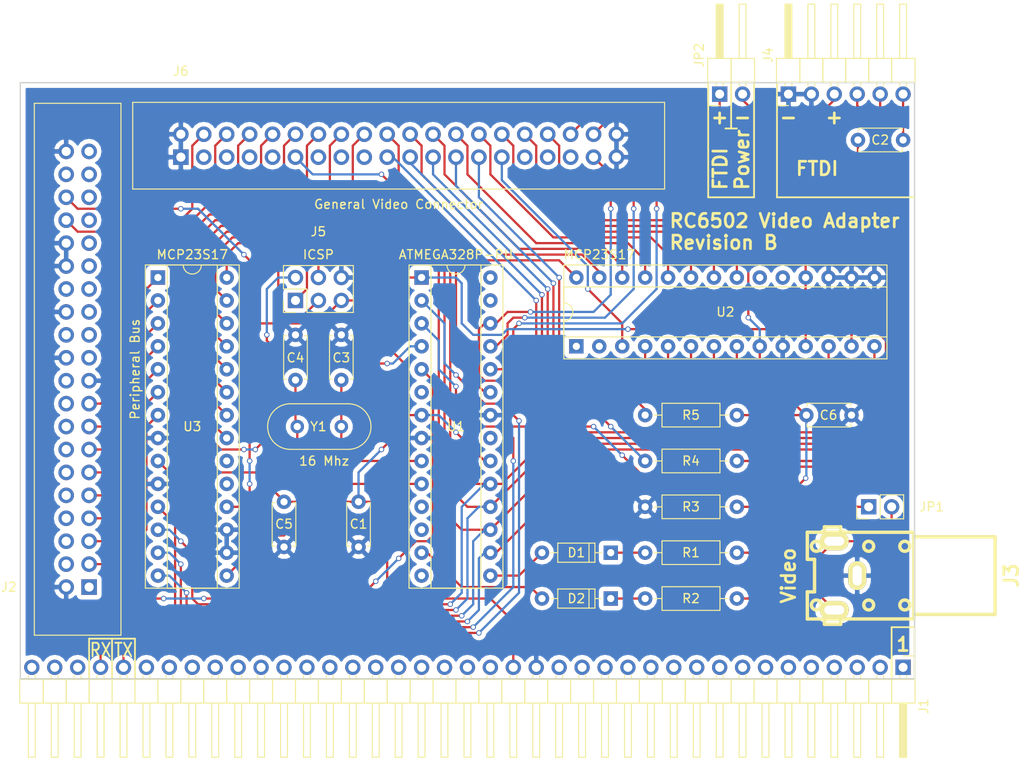
<source format=kicad_pcb>
(kicad_pcb (version 4) (host pcbnew 4.0.6)
  (layers (0 F.Cu signal) (31 B.Cu signal) (34 B.Paste user) (35 F.Paste user) (36 B.SilkS user hide) (37 F.SilkS user) (38 B.Mask user) (39 F.Mask user) (44 Edge.Cuts user))
  (net 0 "")
  (net 1 GND)
  (net 2 VCC)
  (net 3 "Net-(C2-Pad1)")
  (net 4 XTAL1)
  (net 5 XTAL2)
  (net 6 "Net-(D1-Pad1)")
  (net 7 RCA_SYNC)
  (net 8 "Net-(D2-Pad1)")
  (net 9 RCA_VIDEO)
  (net 10 TX)
  (net 11 OUT_DA)
  (net 12 OUT_RDA)
  (net 13 "Net-(J4-Pad3)")
  (net 14 "Net-(JP1-Pad1)")
  (net 15 "Net-(J3-Pad2)")
  (net 16 "Net-(J4-Pad4)")
  (net 17 P_RESET)
  (net 18 RX)
  (net 19 MISO)
  (net 20 SCK)
  (net 21 MOSI)
  (net 22 GV_CS)
  (net 23 GV_RW)
  (net 24 GV_DETECT)
  (net 25 GV_E)
  (net 26 OUT_D6)
  (net 27 OUT_D5)
  (net 28 OUT_D4)
  (net 29 OUT_D3)
  (net 30 OUT_D2)
  (net 31 OUT_D1)
  (net 32 OUT_D0)
  (net 33 GV_D0)
  (net 34 GV_D1)
  (net 35 GV_D2)
  (net 36 GV_D3)
  (net 37 GV_D4)
  (net 38 GV_D5)
  (net 39 GV_D6)
  (net 40 GV_D7)
  (net 41 GV_A8)
  (net 42 GV_A0)
  (net 43 GV_A9)
  (net 44 GV_A1)
  (net 45 GV_A10)
  (net 46 GV_A2)
  (net 47 GV_A11)
  (net 48 GV_A3)
  (net 49 GV_A12)
  (net 50 GV_A4)
  (net 51 GV_A13)
  (net 52 GV_A5)
  (net 53 GV_A6)
  (net 54 GV_A7)
  (net 55 SS)
  (module Housings_DIP:DIP-28_W7.62mm_Socket (layer F.Cu) (at 160.655 102.87)
    (fp_text reference U1 (at 3.81 16.51 180) (layer F.SilkS))
    (fp_text value ATMEGA328P-PU (at 3.81 -2.54 180) (layer F.SilkS))
    (pad 1 thru_hole rect (at 0 0) (size 1.6 1.6) (drill 0.8) (layers *.Cu *.Mask) (net 17 P_RESET))
    (pad 15 thru_hole oval (at 7.62 33.02) (size 1.6 1.6) (drill 0.8) (layers *.Cu *.Mask) (net 7 RCA_SYNC))
    (pad 2 thru_hole oval (at 0 2.54) (size 1.6 1.6) (drill 0.8) (layers *.Cu *.Mask) (net 10 TX))
    (pad 16 thru_hole oval (at 7.62 30.48) (size 1.6 1.6) (drill 0.8) (layers *.Cu *.Mask) (net 55 SS))
    (pad 3 thru_hole oval (at 0 5.08) (size 1.6 1.6) (drill 0.8) (layers *.Cu *.Mask) (net 18 RX))
    (pad 17 thru_hole oval (at 7.62 27.94) (size 1.6 1.6) (drill 0.8) (layers *.Cu *.Mask) (net 21 MOSI))
    (pad 4 thru_hole oval (at 0 7.62) (size 1.6 1.6) (drill 0.8) (layers *.Cu *.Mask) (net 12 OUT_RDA))
    (pad 18 thru_hole oval (at 7.62 25.4) (size 1.6 1.6) (drill 0.8) (layers *.Cu *.Mask) (net 19 MISO))
    (pad 5 thru_hole oval (at 0 10.16) (size 1.6 1.6) (drill 0.8) (layers *.Cu *.Mask) (net 11 OUT_DA))
    (pad 19 thru_hole oval (at 7.62 22.86) (size 1.6 1.6) (drill 0.8) (layers *.Cu *.Mask) (net 20 SCK))
    (pad 6 thru_hole oval (at 0 12.7) (size 1.6 1.6) (drill 0.8) (layers *.Cu *.Mask))
    (pad 20 thru_hole oval (at 7.62 20.32) (size 1.6 1.6) (drill 0.8) (layers *.Cu *.Mask) (net 2 VCC))
    (pad 7 thru_hole oval (at 0 15.24) (size 1.6 1.6) (drill 0.8) (layers *.Cu *.Mask) (net 2 VCC))
    (pad 21 thru_hole oval (at 7.62 17.78) (size 1.6 1.6) (drill 0.8) (layers *.Cu *.Mask))
    (pad 8 thru_hole oval (at 0 17.78) (size 1.6 1.6) (drill 0.8) (layers *.Cu *.Mask) (net 1 GND))
    (pad 22 thru_hole oval (at 7.62 15.24) (size 1.6 1.6) (drill 0.8) (layers *.Cu *.Mask) (net 1 GND))
    (pad 9 thru_hole oval (at 0 20.32) (size 1.6 1.6) (drill 0.8) (layers *.Cu *.Mask) (net 4 XTAL1))
    (pad 23 thru_hole oval (at 7.62 12.7) (size 1.6 1.6) (drill 0.8) (layers *.Cu *.Mask) (net 22 GV_CS))
    (pad 10 thru_hole oval (at 0 22.86) (size 1.6 1.6) (drill 0.8) (layers *.Cu *.Mask) (net 5 XTAL2))
    (pad 24 thru_hole oval (at 7.62 10.16) (size 1.6 1.6) (drill 0.8) (layers *.Cu *.Mask) (net 23 GV_RW))
    (pad 11 thru_hole oval (at 0 25.4) (size 1.6 1.6) (drill 0.8) (layers *.Cu *.Mask))
    (pad 25 thru_hole oval (at 7.62 7.62) (size 1.6 1.6) (drill 0.8) (layers *.Cu *.Mask) (net 25 GV_E))
    (pad 12 thru_hole oval (at 0 27.94) (size 1.6 1.6) (drill 0.8) (layers *.Cu *.Mask))
    (pad 26 thru_hole oval (at 7.62 5.08) (size 1.6 1.6) (drill 0.8) (layers *.Cu *.Mask) (net 24 GV_DETECT))
    (pad 13 thru_hole oval (at 0 30.48) (size 1.6 1.6) (drill 0.8) (layers *.Cu *.Mask) (net 9 RCA_VIDEO))
    (pad 27 thru_hole oval (at 7.62 2.54) (size 1.6 1.6) (drill 0.8) (layers *.Cu *.Mask))
    (pad 14 thru_hole oval (at 0 33.02) (size 1.6 1.6) (drill 0.8) (layers *.Cu *.Mask))
    (pad 28 thru_hole oval (at 7.62 0) (size 1.6 1.6) (drill 0.8) (layers *.Cu *.Mask))
  )
  (module Capacitors_THT:C_Disc_D4.7mm_W2.5mm_P5.00mm (layer F.Cu) (at 153.67 132.715 90)
    (fp_text reference C1 (at 2.54 0 180) (layer F.SilkS))
    (fp_text value 100nF)
    (pad 1 thru_hole circle (at 0 0 90) (size 1.6 1.6) (drill 0.8) (layers *.Cu *.Mask) (net 1 GND))
    (pad 2 thru_hole circle (at 5 0 90) (size 1.6 1.6) (drill 0.8) (layers *.Cu *.Mask) (net 2 VCC))
  )
  (module Capacitors_THT:C_Disc_D4.7mm_W2.5mm_P5.00mm (layer F.Cu) (at 213.995 87.63 180)
    (fp_text reference C2 (at 2.54 0 180) (layer F.SilkS))
    (fp_text value 100nF)
    (pad 1 thru_hole circle (at 0 0 180) (size 1.6 1.6) (drill 0.8) (layers *.Cu *.Mask) (net 3 "Net-(C2-Pad1)"))
    (pad 2 thru_hole circle (at 5 0 180) (size 1.6 1.6) (drill 0.8) (layers *.Cu *.Mask) (net 17 P_RESET))
  )
  (module Capacitors_THT:C_Disc_D4.7mm_W2.5mm_P5.00mm (layer F.Cu) (at 151.765 109.22 270)
    (fp_text reference C3 (at 2.54 0 360) (layer F.SilkS))
    (fp_text value 22pF)
    (pad 1 thru_hole circle (at 0 0 270) (size 1.6 1.6) (drill 0.8) (layers *.Cu *.Mask) (net 1 GND))
    (pad 2 thru_hole circle (at 5 0 270) (size 1.6 1.6) (drill 0.8) (layers *.Cu *.Mask) (net 4 XTAL1))
  )
  (module Capacitors_THT:C_Disc_D4.7mm_W2.5mm_P5.00mm (layer F.Cu) (at 146.685 109.22 270)
    (fp_text reference C4 (at 2.54 0 360) (layer F.SilkS))
    (fp_text value 22pF)
    (pad 1 thru_hole circle (at 0 0 270) (size 1.6 1.6) (drill 0.8) (layers *.Cu *.Mask) (net 1 GND))
    (pad 2 thru_hole circle (at 5 0 270) (size 1.6 1.6) (drill 0.8) (layers *.Cu *.Mask) (net 5 XTAL2))
  )
  (module Diodes_THT:D_DO-35_SOD27_P7.62mm_Horizontal (layer F.Cu) (at 181.61 133.35 180)
    (fp_text reference D1 (at 3.81 0 180) (layer F.SilkS))
    (fp_text value 1N4848)
    (pad 1 thru_hole rect (at 0 0 180) (size 1.6 1.6) (drill 0.8) (layers *.Cu *.Mask) (net 6 "Net-(D1-Pad1)"))
    (pad 2 thru_hole oval (at 7.62 0 180) (size 1.6 1.6) (drill 0.8) (layers *.Cu *.Mask) (net 7 RCA_SYNC))
  )
  (module Diodes_THT:D_DO-35_SOD27_P7.62mm_Horizontal (layer F.Cu) (at 181.61 138.43 180)
    (fp_text reference D2 (at 3.81 0 180) (layer F.SilkS))
    (fp_text value 1N4848)
    (pad 1 thru_hole rect (at 0 0 180) (size 1.6 1.6) (drill 0.8) (layers *.Cu *.Mask) (net 8 "Net-(D2-Pad1)"))
    (pad 2 thru_hole oval (at 7.62 0 180) (size 1.6 1.6) (drill 0.8) (layers *.Cu *.Mask) (net 9 RCA_VIDEO))
  )
  (module Pin_Headers:Pin_Header_Angled_1x39_Pitch2.54mm (layer F.Cu) (at 213.995 146.05 270)
    (fp_text reference J1 (at 4.315 -2.27 270) (layer F.SilkS))
    (fp_text value CONN_01X39)
    (pad 1 thru_hole rect (at 0 0 270) (size 1.7 1.7) (drill 1) (layers *.Cu *.Mask))
    (pad 2 thru_hole oval (at 0 2.54 270) (size 1.7 1.7) (drill 1) (layers *.Cu *.Mask))
    (pad 3 thru_hole oval (at 0 5.08 270) (size 1.7 1.7) (drill 1) (layers *.Cu *.Mask))
    (pad 4 thru_hole oval (at 0 7.62 270) (size 1.7 1.7) (drill 1) (layers *.Cu *.Mask))
    (pad 5 thru_hole oval (at 0 10.16 270) (size 1.7 1.7) (drill 1) (layers *.Cu *.Mask))
    (pad 6 thru_hole oval (at 0 12.7 270) (size 1.7 1.7) (drill 1) (layers *.Cu *.Mask))
    (pad 7 thru_hole oval (at 0 15.24 270) (size 1.7 1.7) (drill 1) (layers *.Cu *.Mask))
    (pad 8 thru_hole oval (at 0 17.78 270) (size 1.7 1.7) (drill 1) (layers *.Cu *.Mask))
    (pad 9 thru_hole oval (at 0 20.32 270) (size 1.7 1.7) (drill 1) (layers *.Cu *.Mask))
    (pad 10 thru_hole oval (at 0 22.86 270) (size 1.7 1.7) (drill 1) (layers *.Cu *.Mask))
    (pad 11 thru_hole oval (at 0 25.4 270) (size 1.7 1.7) (drill 1) (layers *.Cu *.Mask))
    (pad 12 thru_hole oval (at 0 27.94 270) (size 1.7 1.7) (drill 1) (layers *.Cu *.Mask))
    (pad 13 thru_hole oval (at 0 30.48 270) (size 1.7 1.7) (drill 1) (layers *.Cu *.Mask))
    (pad 14 thru_hole oval (at 0 33.02 270) (size 1.7 1.7) (drill 1) (layers *.Cu *.Mask))
    (pad 15 thru_hole oval (at 0 35.56 270) (size 1.7 1.7) (drill 1) (layers *.Cu *.Mask))
    (pad 16 thru_hole oval (at 0 38.1 270) (size 1.7 1.7) (drill 1) (layers *.Cu *.Mask))
    (pad 17 thru_hole oval (at 0 40.64 270) (size 1.7 1.7) (drill 1) (layers *.Cu *.Mask) (net 1 GND))
    (pad 18 thru_hole oval (at 0 43.18 270) (size 1.7 1.7) (drill 1) (layers *.Cu *.Mask) (net 2 VCC))
    (pad 19 thru_hole oval (at 0 45.72 270) (size 1.7 1.7) (drill 1) (layers *.Cu *.Mask))
    (pad 20 thru_hole oval (at 0 48.26 270) (size 1.7 1.7) (drill 1) (layers *.Cu *.Mask))
    (pad 21 thru_hole oval (at 0 50.8 270) (size 1.7 1.7) (drill 1) (layers *.Cu *.Mask))
    (pad 22 thru_hole oval (at 0 53.34 270) (size 1.7 1.7) (drill 1) (layers *.Cu *.Mask))
    (pad 23 thru_hole oval (at 0 55.88 270) (size 1.7 1.7) (drill 1) (layers *.Cu *.Mask))
    (pad 24 thru_hole oval (at 0 58.42 270) (size 1.7 1.7) (drill 1) (layers *.Cu *.Mask))
    (pad 25 thru_hole oval (at 0 60.96 270) (size 1.7 1.7) (drill 1) (layers *.Cu *.Mask))
    (pad 26 thru_hole oval (at 0 63.5 270) (size 1.7 1.7) (drill 1) (layers *.Cu *.Mask))
    (pad 27 thru_hole oval (at 0 66.04 270) (size 1.7 1.7) (drill 1) (layers *.Cu *.Mask))
    (pad 28 thru_hole oval (at 0 68.58 270) (size 1.7 1.7) (drill 1) (layers *.Cu *.Mask))
    (pad 29 thru_hole oval (at 0 71.12 270) (size 1.7 1.7) (drill 1) (layers *.Cu *.Mask))
    (pad 30 thru_hole oval (at 0 73.66 270) (size 1.7 1.7) (drill 1) (layers *.Cu *.Mask))
    (pad 31 thru_hole oval (at 0 76.2 270) (size 1.7 1.7) (drill 1) (layers *.Cu *.Mask))
    (pad 32 thru_hole oval (at 0 78.74 270) (size 1.7 1.7) (drill 1) (layers *.Cu *.Mask))
    (pad 33 thru_hole oval (at 0 81.28 270) (size 1.7 1.7) (drill 1) (layers *.Cu *.Mask))
    (pad 34 thru_hole oval (at 0 83.82 270) (size 1.7 1.7) (drill 1) (layers *.Cu *.Mask))
    (pad 35 thru_hole oval (at 0 86.36 270) (size 1.7 1.7) (drill 1) (layers *.Cu *.Mask) (net 10 TX))
    (pad 36 thru_hole oval (at 0 88.9 270) (size 1.7 1.7) (drill 1) (layers *.Cu *.Mask) (net 18 RX))
    (pad 37 thru_hole oval (at 0 91.44 270) (size 1.7 1.7) (drill 1) (layers *.Cu *.Mask))
    (pad 38 thru_hole oval (at 0 93.98 270) (size 1.7 1.7) (drill 1) (layers *.Cu *.Mask))
    (pad 39 thru_hole oval (at 0 96.52 270) (size 1.7 1.7) (drill 1) (layers *.Cu *.Mask))
  )
  (module Connectors:IDC_Header_Straight_40pins (layer F.Cu) (at 123.825 137.16 90)
    (fp_text reference J2 (at 0 -8.89 180) (layer F.SilkS))
    (fp_text value "Peripheral Bus" (at 24.13 5.08 90) (layer F.SilkS))
    (pad 1 thru_hole rect (at 0 0 90) (size 1.7272 1.7272) (drill 1.016) (layers *.Cu *.Mask))
    (pad 2 thru_hole oval (at 0 -2.54 90) (size 1.7272 1.7272) (drill 1.016) (layers *.Cu *.Mask) (net 1 GND))
    (pad 3 thru_hole oval (at 2.54 0 90) (size 1.7272 1.7272) (drill 1.016) (layers *.Cu *.Mask) (net 11 OUT_DA))
    (pad 4 thru_hole oval (at 2.54 -2.54 90) (size 1.7272 1.7272) (drill 1.016) (layers *.Cu *.Mask))
    (pad 5 thru_hole oval (at 5.08 0 90) (size 1.7272 1.7272) (drill 1.016) (layers *.Cu *.Mask) (net 26 OUT_D6))
    (pad 6 thru_hole oval (at 5.08 -2.54 90) (size 1.7272 1.7272) (drill 1.016) (layers *.Cu *.Mask))
    (pad 7 thru_hole oval (at 7.62 0 90) (size 1.7272 1.7272) (drill 1.016) (layers *.Cu *.Mask) (net 27 OUT_D5))
    (pad 8 thru_hole oval (at 7.62 -2.54 90) (size 1.7272 1.7272) (drill 1.016) (layers *.Cu *.Mask))
    (pad 9 thru_hole oval (at 10.16 0 90) (size 1.7272 1.7272) (drill 1.016) (layers *.Cu *.Mask) (net 28 OUT_D4))
    (pad 10 thru_hole oval (at 10.16 -2.54 90) (size 1.7272 1.7272) (drill 1.016) (layers *.Cu *.Mask))
    (pad 11 thru_hole oval (at 12.7 0 90) (size 1.7272 1.7272) (drill 1.016) (layers *.Cu *.Mask) (net 29 OUT_D3))
    (pad 12 thru_hole oval (at 12.7 -2.54 90) (size 1.7272 1.7272) (drill 1.016) (layers *.Cu *.Mask))
    (pad 13 thru_hole oval (at 15.24 0 90) (size 1.7272 1.7272) (drill 1.016) (layers *.Cu *.Mask) (net 30 OUT_D2))
    (pad 14 thru_hole oval (at 15.24 -2.54 90) (size 1.7272 1.7272) (drill 1.016) (layers *.Cu *.Mask))
    (pad 15 thru_hole oval (at 17.78 0 90) (size 1.7272 1.7272) (drill 1.016) (layers *.Cu *.Mask) (net 31 OUT_D1))
    (pad 16 thru_hole oval (at 17.78 -2.54 90) (size 1.7272 1.7272) (drill 1.016) (layers *.Cu *.Mask))
    (pad 17 thru_hole oval (at 20.32 0 90) (size 1.7272 1.7272) (drill 1.016) (layers *.Cu *.Mask) (net 32 OUT_D0))
    (pad 18 thru_hole oval (at 20.32 -2.54 90) (size 1.7272 1.7272) (drill 1.016) (layers *.Cu *.Mask))
    (pad 19 thru_hole oval (at 22.86 0 90) (size 1.7272 1.7272) (drill 1.016) (layers *.Cu *.Mask) (net 1 GND))
    (pad 20 thru_hole oval (at 22.86 -2.54 90) (size 1.7272 1.7272) (drill 1.016) (layers *.Cu *.Mask))
    (pad 21 thru_hole oval (at 25.4 0 90) (size 1.7272 1.7272) (drill 1.016) (layers *.Cu *.Mask))
    (pad 22 thru_hole oval (at 25.4 -2.54 90) (size 1.7272 1.7272) (drill 1.016) (layers *.Cu *.Mask) (net 1 GND))
    (pad 23 thru_hole oval (at 27.94 0 90) (size 1.7272 1.7272) (drill 1.016) (layers *.Cu *.Mask))
    (pad 24 thru_hole oval (at 27.94 -2.54 90) (size 1.7272 1.7272) (drill 1.016) (layers *.Cu *.Mask))
    (pad 25 thru_hole oval (at 30.48 0 90) (size 1.7272 1.7272) (drill 1.016) (layers *.Cu *.Mask))
    (pad 26 thru_hole oval (at 30.48 -2.54 90) (size 1.7272 1.7272) (drill 1.016) (layers *.Cu *.Mask) (net 1 GND))
    (pad 27 thru_hole oval (at 33.02 0 90) (size 1.7272 1.7272) (drill 1.016) (layers *.Cu *.Mask))
    (pad 28 thru_hole oval (at 33.02 -2.54 90) (size 1.7272 1.7272) (drill 1.016) (layers *.Cu *.Mask))
    (pad 29 thru_hole oval (at 35.56 0 90) (size 1.7272 1.7272) (drill 1.016) (layers *.Cu *.Mask))
    (pad 30 thru_hole oval (at 35.56 -2.54 90) (size 1.7272 1.7272) (drill 1.016) (layers *.Cu *.Mask) (net 1 GND))
    (pad 31 thru_hole oval (at 38.1 0 90) (size 1.7272 1.7272) (drill 1.016) (layers *.Cu *.Mask))
    (pad 32 thru_hole oval (at 38.1 -2.54 90) (size 1.7272 1.7272) (drill 1.016) (layers *.Cu *.Mask) (net 1 GND))
    (pad 33 thru_hole oval (at 40.64 0 90) (size 1.7272 1.7272) (drill 1.016) (layers *.Cu *.Mask))
    (pad 34 thru_hole oval (at 40.64 -2.54 90) (size 1.7272 1.7272) (drill 1.016) (layers *.Cu *.Mask) (net 12 OUT_RDA))
    (pad 35 thru_hole oval (at 43.18 0 90) (size 1.7272 1.7272) (drill 1.016) (layers *.Cu *.Mask))
    (pad 36 thru_hole oval (at 43.18 -2.54 90) (size 1.7272 1.7272) (drill 1.016) (layers *.Cu *.Mask) (net 17 P_RESET))
    (pad 37 thru_hole oval (at 45.72 0 90) (size 1.7272 1.7272) (drill 1.016) (layers *.Cu *.Mask))
    (pad 38 thru_hole oval (at 45.72 -2.54 90) (size 1.7272 1.7272) (drill 1.016) (layers *.Cu *.Mask))
    (pad 39 thru_hole oval (at 48.26 0 90) (size 1.7272 1.7272) (drill 1.016) (layers *.Cu *.Mask))
    (pad 40 thru_hole oval (at 48.26 -2.54 90) (size 1.7272 1.7272) (drill 1.016) (layers *.Cu *.Mask) (net 1 GND))
  )
  (module Pin_Headers:Pin_Header_Angled_1x06_Pitch2.54mm (layer F.Cu) (at 201.295 82.55 90)
    (fp_text reference J4 (at 4.315 -2.27 90) (layer F.SilkS))
    (fp_text value FTDI)
    (pad 1 thru_hole rect (at 0 0 90) (size 1.7 1.7) (drill 1) (layers *.Cu *.Mask) (net 1 GND))
    (pad 2 thru_hole oval (at 0 2.54 90) (size 1.7 1.7) (drill 1) (layers *.Cu *.Mask) (net 1 GND))
    (pad 3 thru_hole oval (at 0 5.08 90) (size 1.7 1.7) (drill 1) (layers *.Cu *.Mask) (net 13 "Net-(J4-Pad3)"))
    (pad 4 thru_hole oval (at 0 7.62 90) (size 1.7 1.7) (drill 1) (layers *.Cu *.Mask) (net 16 "Net-(J4-Pad4)"))
    (pad 5 thru_hole oval (at 0 10.16 90) (size 1.7 1.7) (drill 1) (layers *.Cu *.Mask) (net 18 RX))
    (pad 6 thru_hole oval (at 0 12.7 90) (size 1.7 1.7) (drill 1) (layers *.Cu *.Mask) (net 3 "Net-(C2-Pad1)"))
  )
  (module Pin_Headers:Pin_Header_Straight_2x03_Pitch2.54mm (layer F.Cu) (at 146.685 105.41 90)
    (fp_text reference J5 (at 7.62 2.54 180) (layer F.SilkS))
    (fp_text value ICSP (at 5.08 2.54 180) (layer F.SilkS))
    (pad 1 thru_hole rect (at 0 0 90) (size 1.7 1.7) (drill 1) (layers *.Cu *.Mask) (net 19 MISO))
    (pad 2 thru_hole oval (at 2.54 0 90) (size 1.7 1.7) (drill 1) (layers *.Cu *.Mask) (net 2 VCC))
    (pad 3 thru_hole oval (at 0 2.54 90) (size 1.7 1.7) (drill 1) (layers *.Cu *.Mask) (net 20 SCK))
    (pad 4 thru_hole oval (at 2.54 2.54 90) (size 1.7 1.7) (drill 1) (layers *.Cu *.Mask) (net 21 MOSI))
    (pad 5 thru_hole oval (at 0 5.08 90) (size 1.7 1.7) (drill 1) (layers *.Cu *.Mask) (net 17 P_RESET))
    (pad 6 thru_hole oval (at 2.54 5.08 90) (size 1.7 1.7) (drill 1) (layers *.Cu *.Mask) (net 1 GND))
  )
  (module Pin_Headers:Pin_Header_Angled_1x02_Pitch2.54mm (layer F.Cu) (at 193.675 82.55 90)
    (fp_text reference JP2 (at 4.315 -2.27 90) (layer F.SilkS))
    (fp_text value Power)
    (pad 1 thru_hole rect (at 0 0 90) (size 1.7 1.7) (drill 1) (layers *.Cu *.Mask) (net 2 VCC))
    (pad 2 thru_hole oval (at 0 2.54 90) (size 1.7 1.7) (drill 1) (layers *.Cu *.Mask) (net 13 "Net-(J4-Pad3)"))
  )
  (module Resistors_THT:R_Axial_DIN0207_L6.3mm_D2.5mm_P10.16mm_Horizontal (layer F.Cu) (at 195.58 133.35 180)
    (fp_text reference R1 (at 5.08 0 180) (layer F.SilkS))
    (fp_text value 1k)
    (pad 1 thru_hole circle (at 0 0 180) (size 1.6 1.6) (drill 0.8) (layers *.Cu *.Mask) (net 15 "Net-(J3-Pad2)"))
    (pad 2 thru_hole oval (at 10.16 0 180) (size 1.6 1.6) (drill 0.8) (layers *.Cu *.Mask) (net 6 "Net-(D1-Pad1)"))
  )
  (module Resistors_THT:R_Axial_DIN0207_L6.3mm_D2.5mm_P10.16mm_Horizontal (layer F.Cu) (at 195.58 138.43 180)
    (fp_text reference R2 (at 5.08 0 180) (layer F.SilkS))
    (fp_text value 330)
    (pad 1 thru_hole circle (at 0 0 180) (size 1.6 1.6) (drill 0.8) (layers *.Cu *.Mask) (net 15 "Net-(J3-Pad2)"))
    (pad 2 thru_hole oval (at 10.16 0 180) (size 1.6 1.6) (drill 0.8) (layers *.Cu *.Mask) (net 8 "Net-(D2-Pad1)"))
  )
  (module Resistors_THT:R_Axial_DIN0207_L6.3mm_D2.5mm_P10.16mm_Horizontal (layer F.Cu) (at 185.42 128.27)
    (fp_text reference R3 (at 5.08 0) (layer F.SilkS))
    (fp_text value 75)
    (pad 1 thru_hole circle (at 0 0) (size 1.6 1.6) (drill 0.8) (layers *.Cu *.Mask) (net 1 GND))
    (pad 2 thru_hole oval (at 10.16 0) (size 1.6 1.6) (drill 0.8) (layers *.Cu *.Mask) (net 14 "Net-(JP1-Pad1)"))
  )
  (module Resistors_THT:R_Axial_DIN0207_L6.3mm_D2.5mm_P10.16mm_Horizontal (layer F.Cu) (at 195.58 123.19 180)
    (fp_text reference R4 (at 5.08 0 180) (layer F.SilkS))
    (fp_text value 10k)
    (pad 1 thru_hole circle (at 0 0 180) (size 1.6 1.6) (drill 0.8) (layers *.Cu *.Mask) (net 16 "Net-(J4-Pad4)"))
    (pad 2 thru_hole oval (at 10.16 0 180) (size 1.6 1.6) (drill 0.8) (layers *.Cu *.Mask) (net 10 TX))
  )
  (module Crystals:Crystal_HC49-4H_Vertical (layer F.Cu) (at 151.765 119.38 180)
    (fp_text reference Y1 (at 2.54 0 180) (layer F.SilkS))
    (fp_text value "16 Mhz" (at 1.905 -3.81 180) (layer F.SilkS))
    (pad 1 thru_hole circle (at 0 0 180) (size 1.5 1.5) (drill 0.8) (layers *.Cu *.Mask) (net 4 XTAL1))
    (pad 2 thru_hole circle (at 4.88 0 180) (size 1.5 1.5) (drill 0.8) (layers *.Cu *.Mask) (net 5 XTAL2))
  )
  (module Pin_Headers:Pin_Header_Straight_1x02_Pitch2.54mm (layer F.Cu) (at 210.185 128.27 90)
    (fp_text reference JP1 (at 0 6.985 180) (layer F.SilkS))
    (fp_text value PullDown)
    (pad 1 thru_hole rect (at 0 0 90) (size 1.7 1.7) (drill 1) (layers *.Cu *.Mask) (net 14 "Net-(JP1-Pad1)"))
    (pad 2 thru_hole oval (at 0 2.54 90) (size 1.7 1.7) (drill 1) (layers *.Cu *.Mask) (net 15 "Net-(J3-Pad2)"))
  )
  (module Connectors:IDC_Header_Straight_40pins (layer F.Cu) (at 133.985 89.535)
    (fp_text reference J6 (at 0 -9.525) (layer F.SilkS))
    (fp_text value "General Video Connector" (at 24.13 5.223) (layer F.SilkS))
    (pad 1 thru_hole rect (at 0 0) (size 1.7272 1.7272) (drill 1.016) (layers *.Cu *.Mask) (net 1 GND))
    (pad 2 thru_hole oval (at 0 -2.54) (size 1.7272 1.7272) (drill 1.016) (layers *.Cu *.Mask) (net 1 GND))
    (pad 3 thru_hole oval (at 2.54 0) (size 1.7272 1.7272) (drill 1.016) (layers *.Cu *.Mask))
    (pad 4 thru_hole oval (at 2.54 -2.54) (size 1.7272 1.7272) (drill 1.016) (layers *.Cu *.Mask) (net 33 GV_D0))
    (pad 5 thru_hole oval (at 5.08 0) (size 1.7272 1.7272) (drill 1.016) (layers *.Cu *.Mask))
    (pad 6 thru_hole oval (at 5.08 -2.54) (size 1.7272 1.7272) (drill 1.016) (layers *.Cu *.Mask) (net 34 GV_D1))
    (pad 7 thru_hole oval (at 7.62 0) (size 1.7272 1.7272) (drill 1.016) (layers *.Cu *.Mask))
    (pad 8 thru_hole oval (at 7.62 -2.54) (size 1.7272 1.7272) (drill 1.016) (layers *.Cu *.Mask) (net 35 GV_D2))
    (pad 9 thru_hole oval (at 10.16 0) (size 1.7272 1.7272) (drill 1.016) (layers *.Cu *.Mask))
    (pad 10 thru_hole oval (at 10.16 -2.54) (size 1.7272 1.7272) (drill 1.016) (layers *.Cu *.Mask) (net 36 GV_D3))
    (pad 11 thru_hole oval (at 12.7 0) (size 1.7272 1.7272) (drill 1.016) (layers *.Cu *.Mask) (net 22 GV_CS))
    (pad 12 thru_hole oval (at 12.7 -2.54) (size 1.7272 1.7272) (drill 1.016) (layers *.Cu *.Mask) (net 37 GV_D4))
    (pad 13 thru_hole oval (at 15.24 0) (size 1.7272 1.7272) (drill 1.016) (layers *.Cu *.Mask))
    (pad 14 thru_hole oval (at 15.24 -2.54) (size 1.7272 1.7272) (drill 1.016) (layers *.Cu *.Mask) (net 38 GV_D5))
    (pad 15 thru_hole oval (at 17.78 0) (size 1.7272 1.7272) (drill 1.016) (layers *.Cu *.Mask))
    (pad 16 thru_hole oval (at 17.78 -2.54) (size 1.7272 1.7272) (drill 1.016) (layers *.Cu *.Mask) (net 39 GV_D6))
    (pad 17 thru_hole oval (at 20.32 0) (size 1.7272 1.7272) (drill 1.016) (layers *.Cu *.Mask))
    (pad 18 thru_hole oval (at 20.32 -2.54) (size 1.7272 1.7272) (drill 1.016) (layers *.Cu *.Mask) (net 40 GV_D7))
    (pad 19 thru_hole oval (at 22.86 0) (size 1.7272 1.7272) (drill 1.016) (layers *.Cu *.Mask) (net 41 GV_A8))
    (pad 20 thru_hole oval (at 22.86 -2.54) (size 1.7272 1.7272) (drill 1.016) (layers *.Cu *.Mask) (net 42 GV_A0))
    (pad 21 thru_hole oval (at 25.4 0) (size 1.7272 1.7272) (drill 1.016) (layers *.Cu *.Mask) (net 43 GV_A9))
    (pad 22 thru_hole oval (at 25.4 -2.54) (size 1.7272 1.7272) (drill 1.016) (layers *.Cu *.Mask) (net 44 GV_A1))
    (pad 23 thru_hole oval (at 27.94 0) (size 1.7272 1.7272) (drill 1.016) (layers *.Cu *.Mask) (net 45 GV_A10))
    (pad 24 thru_hole oval (at 27.94 -2.54) (size 1.7272 1.7272) (drill 1.016) (layers *.Cu *.Mask) (net 46 GV_A2))
    (pad 25 thru_hole oval (at 30.48 0) (size 1.7272 1.7272) (drill 1.016) (layers *.Cu *.Mask) (net 47 GV_A11))
    (pad 26 thru_hole oval (at 30.48 -2.54) (size 1.7272 1.7272) (drill 1.016) (layers *.Cu *.Mask) (net 48 GV_A3))
    (pad 27 thru_hole oval (at 33.02 0) (size 1.7272 1.7272) (drill 1.016) (layers *.Cu *.Mask) (net 49 GV_A12))
    (pad 28 thru_hole oval (at 33.02 -2.54) (size 1.7272 1.7272) (drill 1.016) (layers *.Cu *.Mask) (net 50 GV_A4))
    (pad 29 thru_hole oval (at 35.56 0) (size 1.7272 1.7272) (drill 1.016) (layers *.Cu *.Mask) (net 51 GV_A13))
    (pad 30 thru_hole oval (at 35.56 -2.54) (size 1.7272 1.7272) (drill 1.016) (layers *.Cu *.Mask) (net 52 GV_A5))
    (pad 31 thru_hole oval (at 38.1 0) (size 1.7272 1.7272) (drill 1.016) (layers *.Cu *.Mask))
    (pad 32 thru_hole oval (at 38.1 -2.54) (size 1.7272 1.7272) (drill 1.016) (layers *.Cu *.Mask) (net 53 GV_A6))
    (pad 33 thru_hole oval (at 40.64 0) (size 1.7272 1.7272) (drill 1.016) (layers *.Cu *.Mask))
    (pad 34 thru_hole oval (at 40.64 -2.54) (size 1.7272 1.7272) (drill 1.016) (layers *.Cu *.Mask) (net 54 GV_A7))
    (pad 35 thru_hole oval (at 43.18 0) (size 1.7272 1.7272) (drill 1.016) (layers *.Cu *.Mask))
    (pad 36 thru_hole oval (at 43.18 -2.54) (size 1.7272 1.7272) (drill 1.016) (layers *.Cu *.Mask) (net 23 GV_RW))
    (pad 37 thru_hole oval (at 45.72 0) (size 1.7272 1.7272) (drill 1.016) (layers *.Cu *.Mask) (net 24 GV_DETECT))
    (pad 38 thru_hole oval (at 45.72 -2.54) (size 1.7272 1.7272) (drill 1.016) (layers *.Cu *.Mask) (net 25 GV_E))
    (pad 39 thru_hole oval (at 48.26 0) (size 1.7272 1.7272) (drill 1.016) (layers *.Cu *.Mask) (net 1 GND))
    (pad 40 thru_hole oval (at 48.26 -2.54) (size 1.7272 1.7272) (drill 1.016) (layers *.Cu *.Mask) (net 1 GND))
  )
  (module Resistors_THT:R_Axial_DIN0207_L6.3mm_D2.5mm_P10.16mm_Horizontal (layer F.Cu) (at 185.42 118.11)
    (fp_text reference R5 (at 5.08 0) (layer F.SilkS))
    (fp_text value 10k)
    (pad 1 thru_hole circle (at 0 0) (size 1.6 1.6) (drill 0.8) (layers *.Cu *.Mask) (net 24 GV_DETECT))
    (pad 2 thru_hole oval (at 10.16 0) (size 1.6 1.6) (drill 0.8) (layers *.Cu *.Mask) (net 2 VCC))
  )
  (module Housings_DIP:DIP-28_W7.62mm_Socket (layer F.Cu) (at 177.8 110.49 90)
    (fp_text reference U2 (at 3.81 16.51 180) (layer F.SilkS))
    (fp_text value MCP23S17 (at 10.16 2.54 180) (layer F.SilkS))
    (pad 1 thru_hole rect (at 0 0 90) (size 1.6 1.6) (drill 0.8) (layers *.Cu *.Mask))
    (pad 15 thru_hole oval (at 7.62 33.02 90) (size 1.6 1.6) (drill 0.8) (layers *.Cu *.Mask) (net 1 GND))
    (pad 2 thru_hole oval (at 0 2.54 90) (size 1.6 1.6) (drill 0.8) (layers *.Cu *.Mask))
    (pad 16 thru_hole oval (at 7.62 30.48 90) (size 1.6 1.6) (drill 0.8) (layers *.Cu *.Mask) (net 1 GND))
    (pad 3 thru_hole oval (at 0 5.08 90) (size 1.6 1.6) (drill 0.8) (layers *.Cu *.Mask) (net 51 GV_A13))
    (pad 17 thru_hole oval (at 7.62 27.94 90) (size 1.6 1.6) (drill 0.8) (layers *.Cu *.Mask) (net 1 GND))
    (pad 4 thru_hole oval (at 0 7.62 90) (size 1.6 1.6) (drill 0.8) (layers *.Cu *.Mask) (net 49 GV_A12))
    (pad 18 thru_hole oval (at 7.62 25.4 90) (size 1.6 1.6) (drill 0.8) (layers *.Cu *.Mask) (net 17 P_RESET))
    (pad 5 thru_hole oval (at 0 10.16 90) (size 1.6 1.6) (drill 0.8) (layers *.Cu *.Mask) (net 47 GV_A11))
    (pad 19 thru_hole oval (at 7.62 22.86 90) (size 1.6 1.6) (drill 0.8) (layers *.Cu *.Mask))
    (pad 6 thru_hole oval (at 0 12.7 90) (size 1.6 1.6) (drill 0.8) (layers *.Cu *.Mask) (net 45 GV_A10))
    (pad 20 thru_hole oval (at 7.62 20.32 90) (size 1.6 1.6) (drill 0.8) (layers *.Cu *.Mask))
    (pad 7 thru_hole oval (at 0 15.24 90) (size 1.6 1.6) (drill 0.8) (layers *.Cu *.Mask) (net 43 GV_A9))
    (pad 21 thru_hole oval (at 7.62 17.78 90) (size 1.6 1.6) (drill 0.8) (layers *.Cu *.Mask) (net 54 GV_A7))
    (pad 8 thru_hole oval (at 0 17.78 90) (size 1.6 1.6) (drill 0.8) (layers *.Cu *.Mask) (net 41 GV_A8))
    (pad 22 thru_hole oval (at 7.62 15.24 90) (size 1.6 1.6) (drill 0.8) (layers *.Cu *.Mask) (net 53 GV_A6))
    (pad 9 thru_hole oval (at 0 20.32 90) (size 1.6 1.6) (drill 0.8) (layers *.Cu *.Mask) (net 2 VCC))
    (pad 23 thru_hole oval (at 7.62 12.7 90) (size 1.6 1.6) (drill 0.8) (layers *.Cu *.Mask) (net 52 GV_A5))
    (pad 10 thru_hole oval (at 0 22.86 90) (size 1.6 1.6) (drill 0.8) (layers *.Cu *.Mask) (net 1 GND))
    (pad 24 thru_hole oval (at 7.62 10.16 90) (size 1.6 1.6) (drill 0.8) (layers *.Cu *.Mask) (net 50 GV_A4))
    (pad 11 thru_hole oval (at 0 25.4 90) (size 1.6 1.6) (drill 0.8) (layers *.Cu *.Mask) (net 55 SS))
    (pad 25 thru_hole oval (at 7.62 7.62 90) (size 1.6 1.6) (drill 0.8) (layers *.Cu *.Mask) (net 48 GV_A3))
    (pad 12 thru_hole oval (at 0 27.94 90) (size 1.6 1.6) (drill 0.8) (layers *.Cu *.Mask) (net 20 SCK))
    (pad 26 thru_hole oval (at 7.62 5.08 90) (size 1.6 1.6) (drill 0.8) (layers *.Cu *.Mask) (net 46 GV_A2))
    (pad 13 thru_hole oval (at 0 30.48 90) (size 1.6 1.6) (drill 0.8) (layers *.Cu *.Mask) (net 21 MOSI))
    (pad 27 thru_hole oval (at 7.62 2.54 90) (size 1.6 1.6) (drill 0.8) (layers *.Cu *.Mask) (net 44 GV_A1))
    (pad 14 thru_hole oval (at 0 33.02 90) (size 1.6 1.6) (drill 0.8) (layers *.Cu *.Mask) (net 19 MISO))
    (pad 28 thru_hole oval (at 7.62 0 90) (size 1.6 1.6) (drill 0.8) (layers *.Cu *.Mask) (net 42 GV_A0))
  )
  (module Housings_DIP:DIP-28_W7.62mm_Socket (layer F.Cu) (at 131.445 102.87)
    (fp_text reference U3 (at 3.81 16.51) (layer F.SilkS))
    (fp_text value MCP23S17 (at 3.81 -2.54 180) (layer F.SilkS))
    (pad 1 thru_hole rect (at 0 0) (size 1.6 1.6) (drill 0.8) (layers *.Cu *.Mask) (net 32 OUT_D0))
    (pad 15 thru_hole oval (at 7.62 33.02) (size 1.6 1.6) (drill 0.8) (layers *.Cu *.Mask) (net 2 VCC))
    (pad 2 thru_hole oval (at 0 2.54) (size 1.6 1.6) (drill 0.8) (layers *.Cu *.Mask) (net 31 OUT_D1))
    (pad 16 thru_hole oval (at 7.62 30.48) (size 1.6 1.6) (drill 0.8) (layers *.Cu *.Mask) (net 1 GND))
    (pad 3 thru_hole oval (at 0 5.08) (size 1.6 1.6) (drill 0.8) (layers *.Cu *.Mask) (net 30 OUT_D2))
    (pad 17 thru_hole oval (at 7.62 27.94) (size 1.6 1.6) (drill 0.8) (layers *.Cu *.Mask) (net 1 GND))
    (pad 4 thru_hole oval (at 0 7.62) (size 1.6 1.6) (drill 0.8) (layers *.Cu *.Mask) (net 29 OUT_D3))
    (pad 18 thru_hole oval (at 7.62 25.4) (size 1.6 1.6) (drill 0.8) (layers *.Cu *.Mask) (net 17 P_RESET))
    (pad 5 thru_hole oval (at 0 10.16) (size 1.6 1.6) (drill 0.8) (layers *.Cu *.Mask) (net 28 OUT_D4))
    (pad 19 thru_hole oval (at 7.62 22.86) (size 1.6 1.6) (drill 0.8) (layers *.Cu *.Mask))
    (pad 6 thru_hole oval (at 0 12.7) (size 1.6 1.6) (drill 0.8) (layers *.Cu *.Mask) (net 27 OUT_D5))
    (pad 20 thru_hole oval (at 7.62 20.32) (size 1.6 1.6) (drill 0.8) (layers *.Cu *.Mask))
    (pad 7 thru_hole oval (at 0 15.24) (size 1.6 1.6) (drill 0.8) (layers *.Cu *.Mask) (net 26 OUT_D6))
    (pad 21 thru_hole oval (at 7.62 17.78) (size 1.6 1.6) (drill 0.8) (layers *.Cu *.Mask) (net 33 GV_D0))
    (pad 8 thru_hole oval (at 0 17.78) (size 1.6 1.6) (drill 0.8) (layers *.Cu *.Mask) (net 1 GND))
    (pad 22 thru_hole oval (at 7.62 15.24) (size 1.6 1.6) (drill 0.8) (layers *.Cu *.Mask) (net 34 GV_D1))
    (pad 9 thru_hole oval (at 0 20.32) (size 1.6 1.6) (drill 0.8) (layers *.Cu *.Mask) (net 2 VCC))
    (pad 23 thru_hole oval (at 7.62 12.7) (size 1.6 1.6) (drill 0.8) (layers *.Cu *.Mask) (net 35 GV_D2))
    (pad 10 thru_hole oval (at 0 22.86) (size 1.6 1.6) (drill 0.8) (layers *.Cu *.Mask) (net 1 GND))
    (pad 24 thru_hole oval (at 7.62 10.16) (size 1.6 1.6) (drill 0.8) (layers *.Cu *.Mask) (net 36 GV_D3))
    (pad 11 thru_hole oval (at 0 25.4) (size 1.6 1.6) (drill 0.8) (layers *.Cu *.Mask) (net 55 SS))
    (pad 25 thru_hole oval (at 7.62 7.62) (size 1.6 1.6) (drill 0.8) (layers *.Cu *.Mask) (net 37 GV_D4))
    (pad 12 thru_hole oval (at 0 27.94) (size 1.6 1.6) (drill 0.8) (layers *.Cu *.Mask) (net 20 SCK))
    (pad 26 thru_hole oval (at 7.62 5.08) (size 1.6 1.6) (drill 0.8) (layers *.Cu *.Mask) (net 38 GV_D5))
    (pad 13 thru_hole oval (at 0 30.48) (size 1.6 1.6) (drill 0.8) (layers *.Cu *.Mask) (net 21 MOSI))
    (pad 27 thru_hole oval (at 7.62 2.54) (size 1.6 1.6) (drill 0.8) (layers *.Cu *.Mask) (net 39 GV_D6))
    (pad 14 thru_hole oval (at 0 33.02) (size 1.6 1.6) (drill 0.8) (layers *.Cu *.Mask) (net 19 MISO))
    (pad 28 thru_hole oval (at 7.62 0) (size 1.6 1.6) (drill 0.8) (layers *.Cu *.Mask) (net 40 GV_D7))
  )
  (module Capacitors_THT:C_Disc_D4.7mm_W2.5mm_P5.00mm (layer F.Cu) (at 145.415 132.715 90)
    (fp_text reference C5 (at 2.54 0 180) (layer F.SilkS))
    (fp_text value 100nF)
    (pad 1 thru_hole circle (at 0 0 90) (size 1.6 1.6) (drill 0.8) (layers *.Cu *.Mask) (net 1 GND))
    (pad 2 thru_hole circle (at 5 0 90) (size 1.6 1.6) (drill 0.8) (layers *.Cu *.Mask) (net 2 VCC))
  )
  (module Capacitors_THT:C_Disc_D4.7mm_W2.5mm_P5.00mm (layer F.Cu) (at 208.28 118.11 180)
    (fp_text reference C6 (at 2.54 0 180) (layer F.SilkS))
    (fp_text value 100nF)
    (pad 1 thru_hole circle (at 0 0 180) (size 1.6 1.6) (drill 0.8) (layers *.Cu *.Mask) (net 1 GND))
    (pad 2 thru_hole circle (at 5 0 180) (size 1.6 1.6) (drill 0.8) (layers *.Cu *.Mask) (net 2 VCC))
  )
  (module rca:rca_yellow (layer F.Cu) (at 210.185 135.89 90)
    (fp_text reference J3 (at 0 15.7988 90) (layer F.SilkS) (effects (font (thickness 0.3048))))
    (fp_text value Video (at 0 -8.89 90) (layer F.SilkS) (effects (font (thickness 0.3048))))
    (pad 2 thru_hole oval (at 3.81 -3.81 90) (size 1.99898 3.19786) (drill oval 0.99568 2.1971) (layers *.Cu *.Mask F.SilkS) (net 15 "Net-(J3-Pad2)"))
    (pad 1 thru_hole oval (at 0 -1.27 90) (size 3.19786 1.99898) (drill oval 2.1971 0.99568) (layers *.Cu *.Mask F.SilkS) (net 1 GND))
    (pad 2 thru_hole oval (at -3.81 -3.81 90) (size 1.99898 3.19786) (drill oval 0.99568 2.1971) (layers *.Cu *.Mask F.SilkS) (net 15 "Net-(J3-Pad2)"))
  )
  (gr_text + (at 206.375 85.09) (layer F.SilkS) (effects (font (size 1.5 1.5) (thickness 0.3))))
  (gr_text - (at 201.295 85.09) (layer F.SilkS) (effects (font (size 1.5 1.5) (thickness 0.3))))
  (gr_text FTDI (at 204.47 90.805) (layer F.SilkS) (effects (font (size 1.5 1.5) (thickness 0.3))))
  (gr_text "FTDI\nPower" (at 194.945 93.345 90) (layer F.SilkS) (effects (font (size 1.5 1.5) (thickness 0.3)) (justify left)))
  (gr_text - (at 196.215 85.09) (layer F.SilkS) (effects (font (size 1.5 1.5) (thickness 0.3))))
  (gr_text + (at 193.675 85.09) (layer F.SilkS) (effects (font (size 1.5 1.5) (thickness 0.3))))
  (gr_line (start 194.31 86.36) (end 195.58 86.36) (angle 90) (layer F.SilkS) (width 0.2))
  (gr_line (start 200.025 93.98) (end 215.265 93.98) (angle 90) (layer F.SilkS) (width 0.2))
  (gr_line (start 200.025 81.28) (end 200.025 93.98) (angle 90) (layer F.SilkS) (width 0.2))
  (gr_line (start 194.945 81.28) (end 194.945 86.36) (angle 90) (layer F.SilkS) (width 0.2))
  (gr_line (start 197.485 93.98) (end 197.485 81.28) (angle 90) (layer F.SilkS) (width 0.2))
  (gr_line (start 192.405 93.98) (end 197.485 93.98) (angle 90) (layer F.SilkS) (width 0.2))
  (gr_line (start 192.405 81.28) (end 192.405 93.98) (angle 90) (layer F.SilkS) (width 0.2))
  (gr_line (start 215.265 81.28) (end 188.595 81.28) (angle 90) (layer Edge.Cuts) (width 0.15))
  (gr_line (start 215.265 147.32) (end 215.265 81.28) (angle 90) (layer Edge.Cuts) (width 0.15))
  (gr_line (start 158.75 81.28) (end 188.595 81.28) (angle 90) (layer Edge.Cuts) (width 0.15))
  (gr_text "RC6502 Video Adapter\nRevision B" (at 187.96 97.79) (layer F.SilkS) (effects (font (size 1.5 1.5) (thickness 0.3)) (justify left)))
  (gr_text RX (at 125.095 144.145) (layer F.SilkS) (effects (font (size 1.5 1.2) (thickness 0.2))))
  (gr_line (start 123.825 142.875) (end 126.365 142.875) (angle 90) (layer F.SilkS) (width 0.2))
  (gr_line (start 123.825 147.32) (end 123.825 142.875) (angle 90) (layer F.SilkS) (width 0.2))
  (gr_text TX (at 127.635 144.145) (layer F.SilkS) (effects (font (size 1.5 1.2) (thickness 0.2))))
  (gr_line (start 128.905 142.875) (end 128.905 147.32) (angle 90) (layer F.SilkS) (width 0.2))
  (gr_line (start 126.365 142.875) (end 128.905 142.875) (angle 90) (layer F.SilkS) (width 0.2))
  (gr_line (start 126.365 147.32) (end 126.365 142.875) (angle 90) (layer F.SilkS) (width 0.2))
  (gr_text 1 (at 213.995 143.51) (layer F.SilkS) (effects (font (size 1.5 1.5) (thickness 0.3))))
  (gr_line (start 215.265 141.605) (end 215.265 147.32) (angle 90) (layer F.SilkS) (width 0.2))
  (gr_line (start 212.725 141.605) (end 215.265 141.605) (angle 90) (layer F.SilkS) (width 0.2))
  (gr_line (start 212.725 147.32) (end 212.725 141.605) (angle 90) (layer F.SilkS) (width 0.2))
  (gr_line (start 158.75 81.28) (end 116.205 81.28) (angle 90) (layer Edge.Cuts) (width 0.15))
  (gr_line (start 116.205 81.28) (end 116.205 147.32) (angle 90) (layer Edge.Cuts) (width 0.15))
  (gr_line (start 215.265 147.32) (end 116.205 147.32) (angle 90) (layer Edge.Cuts) (width 0.15))
  (segment (start 143.51 109.855) (end 144.78 111.125) (width 0.25) (layer F.Cu) (net 2))
  (segment (start 158.75 112.395) (end 158.75 113.03) (width 0.25) (layer F.Cu) (net 2))
  (segment (start 157.48 111.125) (end 158.75 112.395) (width 0.25) (layer F.Cu) (net 2))
  (segment (start 144.78 111.125) (end 157.48 111.125) (width 0.25) (layer F.Cu) (net 2))
  (segment (start 158.75 113.03) (end 158.75 116.84) (width 0.25) (layer F.Cu) (net 2))
  (segment (start 158.75 116.84) (end 158.75 118.11) (width 0.25) (layer F.Cu) (net 2))
  (segment (start 146.685 102.87) (end 144.78 102.87) (width 0.25) (layer B.Cu) (net 2))
  (segment (start 143.51 109.22) (end 143.51 109.855) (width 0.25) (layer F.Cu) (net 2))
  (via (at 143.51 109.22) (size 0.6) (drill 0.4) (layers F.Cu B.Cu) (net 2))
  (segment (start 143.51 104.14) (end 143.51 109.22) (width 0.25) (layer B.Cu) (net 2))
  (segment (start 144.78 102.87) (end 143.51 104.14) (width 0.25) (layer B.Cu) (net 2))
  (segment (start 149.225 127.715) (end 149.145 127.715) (width 0.25) (layer F.Cu) (net 2))
  (segment (start 143.51 131.445) (end 139.065 135.89) (width 0.25) (layer F.Cu) (net 2))
  (segment (start 145.415 131.445) (end 143.51 131.445) (width 0.25) (layer F.Cu) (net 2))
  (segment (start 149.145 127.715) (end 145.415 131.445) (width 0.25) (layer F.Cu) (net 2))
  (segment (start 168.275 123.19) (end 167.64 123.19) (width 0.25) (layer F.Cu) (net 2))
  (segment (start 167.64 123.19) (end 164.465 120.015) (width 0.25) (layer F.Cu) (net 2))
  (segment (start 162.56 118.11) (end 160.655 118.11) (width 0.25) (layer B.Cu) (net 2))
  (segment (start 164.465 120.015) (end 162.56 118.11) (width 0.25) (layer B.Cu) (net 2))
  (via (at 164.465 120.015) (size 0.6) (drill 0.4) (layers F.Cu B.Cu) (net 2))
  (segment (start 192.405 127.635) (end 193.675 126.365) (width 0.25) (layer F.Cu) (net 2))
  (segment (start 192.405 128.905) (end 192.405 128.27) (width 0.25) (layer F.Cu) (net 2))
  (segment (start 170.815 140.97) (end 171.45 140.335) (width 0.25) (layer F.Cu) (net 2))
  (segment (start 192.405 139.065) (end 192.405 128.905) (width 0.25) (layer F.Cu) (net 2))
  (segment (start 191.135 140.335) (end 192.405 139.065) (width 0.25) (layer F.Cu) (net 2))
  (segment (start 189.23 140.335) (end 191.135 140.335) (width 0.25) (layer F.Cu) (net 2))
  (segment (start 171.45 140.335) (end 189.23 140.335) (width 0.25) (layer F.Cu) (net 2))
  (segment (start 192.405 128.27) (end 192.405 127.635) (width 0.25) (layer F.Cu) (net 2))
  (segment (start 203.28 125.015) (end 203.28 118.11) (width 0.25) (layer B.Cu) (net 2))
  (segment (start 203.2 125.095) (end 203.28 125.015) (width 0.25) (layer B.Cu) (net 2))
  (via (at 203.2 125.095) (size 0.6) (drill 0.4) (layers F.Cu B.Cu) (net 2))
  (segment (start 201.93 126.365) (end 203.2 125.095) (width 0.25) (layer F.Cu) (net 2))
  (segment (start 193.675 126.365) (end 201.93 126.365) (width 0.25) (layer F.Cu) (net 2))
  (segment (start 193.675 82.55) (end 193.675 94.615) (width 0.25) (layer F.Cu) (net 2))
  (segment (start 198.12 108.585) (end 198.12 110.49) (width 0.25) (layer B.Cu) (net 2))
  (segment (start 196.85 107.315) (end 198.12 108.585) (width 0.25) (layer B.Cu) (net 2))
  (via (at 196.85 107.315) (size 0.6) (drill 0.4) (layers F.Cu B.Cu) (net 2))
  (segment (start 196.85 97.79) (end 196.85 107.315) (width 0.25) (layer F.Cu) (net 2))
  (segment (start 193.675 94.615) (end 196.85 97.79) (width 0.25) (layer F.Cu) (net 2))
  (segment (start 203.28 118.11) (end 195.58 118.11) (width 0.25) (layer F.Cu) (net 2))
  (segment (start 203.28 118.11) (end 203.2 118.11) (width 0.25) (layer F.Cu) (net 2))
  (segment (start 203.2 118.11) (end 198.12 113.03) (width 0.25) (layer F.Cu) (net 2))
  (segment (start 198.12 113.03) (end 198.12 110.49) (width 0.25) (layer F.Cu) (net 2))
  (segment (start 145.415 127.715) (end 145.415 127.635) (width 0.25) (layer F.Cu) (net 2))
  (segment (start 145.415 127.635) (end 142.24 124.46) (width 0.25) (layer F.Cu) (net 2))
  (segment (start 132.715 124.46) (end 131.445 123.19) (width 0.25) (layer F.Cu) (net 2))
  (segment (start 142.24 124.46) (end 132.715 124.46) (width 0.25) (layer F.Cu) (net 2))
  (segment (start 153.67 127.715) (end 149.225 127.715) (width 0.25) (layer F.Cu) (net 2))
  (segment (start 149.225 127.715) (end 145.415 127.715) (width 0.25) (layer F.Cu) (net 2))
  (segment (start 170.815 146.05) (end 170.815 140.97) (width 0.25) (layer F.Cu) (net 2))
  (segment (start 155.655 127.715) (end 153.67 127.715) (width 0.25) (layer F.Cu) (net 2))
  (segment (start 156.845 128.905) (end 155.655 127.715) (width 0.25) (layer F.Cu) (net 2))
  (segment (start 156.845 136.525) (end 156.845 128.905) (width 0.25) (layer F.Cu) (net 2))
  (segment (start 158.75 138.43) (end 156.845 136.525) (width 0.25) (layer F.Cu) (net 2))
  (segment (start 168.275 138.43) (end 158.75 138.43) (width 0.25) (layer F.Cu) (net 2))
  (segment (start 170.815 140.97) (end 168.275 138.43) (width 0.25) (layer F.Cu) (net 2))
  (segment (start 160.655 118.11) (end 158.75 118.11) (width 0.25) (layer F.Cu) (net 2))
  (segment (start 158.75 119.38) (end 158.75 118.11) (width 0.25) (layer F.Cu) (net 2))
  (segment (start 153.67 127.715) (end 153.67 124.46) (width 0.25) (layer B.Cu) (net 2))
  (segment (start 156.21 121.92) (end 158.75 119.38) (width 0.25) (layer F.Cu) (net 2))
  (via (at 156.21 121.92) (size 0.6) (drill 0.4) (layers F.Cu B.Cu) (net 2))
  (segment (start 153.67 124.46) (end 156.21 121.92) (width 0.25) (layer B.Cu) (net 2))
  (segment (start 168.355 123.27) (end 168.275 123.19) (width 0.25) (layer F.Cu) (net 2))
  (segment (start 213.995 82.55) (end 213.995 87.63) (width 0.25) (layer F.Cu) (net 3))
  (segment (start 151.765 114.22) (end 151.765 119.38) (width 0.25) (layer F.Cu) (net 4))
  (segment (start 160.655 123.19) (end 153.67 123.19) (width 0.25) (layer F.Cu) (net 4))
  (segment (start 151.765 121.285) (end 151.765 119.38) (width 0.25) (layer F.Cu) (net 4))
  (segment (start 153.67 123.19) (end 151.765 121.285) (width 0.25) (layer F.Cu) (net 4))
  (segment (start 146.685 114.22) (end 146.685 119.18) (width 0.25) (layer F.Cu) (net 5))
  (segment (start 146.685 119.18) (end 146.885 119.38) (width 0.25) (layer F.Cu) (net 5))
  (segment (start 160.655 125.73) (end 151.13 125.73) (width 0.25) (layer F.Cu) (net 5))
  (segment (start 146.885 121.485) (end 146.885 119.38) (width 0.25) (layer F.Cu) (net 5))
  (segment (start 151.13 125.73) (end 146.885 121.485) (width 0.25) (layer F.Cu) (net 5))
  (segment (start 181.61 133.35) (end 185.42 133.35) (width 0.25) (layer F.Cu) (net 6))
  (segment (start 168.275 135.89) (end 171.45 135.89) (width 0.25) (layer F.Cu) (net 7))
  (segment (start 171.45 135.89) (end 173.99 133.35) (width 0.25) (layer F.Cu) (net 7))
  (segment (start 181.61 138.43) (end 185.42 138.43) (width 0.25) (layer F.Cu) (net 8))
  (segment (start 160.655 133.35) (end 161.29 133.35) (width 0.25) (layer F.Cu) (net 9))
  (segment (start 161.29 133.35) (end 165.1 137.16) (width 0.25) (layer F.Cu) (net 9))
  (segment (start 165.1 137.16) (end 172.72 137.16) (width 0.25) (layer F.Cu) (net 9))
  (segment (start 172.72 137.16) (end 173.99 138.43) (width 0.25) (layer F.Cu) (net 9))
  (segment (start 127.635 146.05) (end 127.635 143.51) (width 0.25) (layer F.Cu) (net 10))
  (via (at 171.45 118.745) (size 0.6) (drill 0.4) (layers F.Cu B.Cu) (net 10))
  (segment (start 171.45 118.745) (end 169.545 116.84) (width 0.25) (layer F.Cu) (net 10))
  (via (at 167.005 142.24) (size 0.6) (drill 0.4) (layers F.Cu B.Cu) (net 10))
  (segment (start 167.005 142.24) (end 171.45 137.795) (width 0.25) (layer B.Cu) (net 10))
  (segment (start 171.45 120.65) (end 171.45 137.795) (width 0.25) (layer B.Cu) (net 10))
  (segment (start 171.45 120.65) (end 171.45 118.745) (width 0.25) (layer B.Cu) (net 10))
  (segment (start 128.905 142.24) (end 167.005 142.24) (width 0.25) (layer F.Cu) (net 10))
  (segment (start 127.635 143.51) (end 128.905 142.24) (width 0.25) (layer F.Cu) (net 10))
  (segment (start 175.895 116.84) (end 175.26 116.84) (width 0.25) (layer F.Cu) (net 10))
  (segment (start 160.655 105.41) (end 163.195 107.95) (width 0.25) (layer B.Cu) (net 10))
  (segment (start 181.61 119.38) (end 185.42 123.19) (width 0.25) (layer B.Cu) (net 10))
  (via (at 181.61 119.38) (size 0.6) (drill 0.4) (layers F.Cu B.Cu) (net 10))
  (segment (start 179.07 116.84) (end 181.61 119.38) (width 0.25) (layer F.Cu) (net 10))
  (segment (start 167.64 116.84) (end 169.545 116.84) (width 0.25) (layer F.Cu) (net 10))
  (segment (start 169.545 116.84) (end 175.895 116.84) (width 0.25) (layer F.Cu) (net 10))
  (segment (start 175.895 116.84) (end 179.07 116.84) (width 0.25) (layer F.Cu) (net 10))
  (segment (start 164.465 113.665) (end 167.64 116.84) (width 0.25) (layer F.Cu) (net 10))
  (via (at 164.465 113.665) (size 0.6) (drill 0.4) (layers F.Cu B.Cu) (net 10))
  (segment (start 163.195 112.395) (end 164.465 113.665) (width 0.25) (layer B.Cu) (net 10))
  (segment (start 163.195 107.95) (end 163.195 112.395) (width 0.25) (layer B.Cu) (net 10))
  (segment (start 160.655 113.03) (end 161.925 114.3) (width 0.25) (layer F.Cu) (net 11))
  (segment (start 126.365 134.62) (end 123.825 134.62) (width 0.25) (layer F.Cu) (net 11))
  (segment (start 130.175 138.43) (end 126.365 134.62) (width 0.25) (layer F.Cu) (net 11))
  (segment (start 132.08 138.43) (end 130.175 138.43) (width 0.25) (layer F.Cu) (net 11))
  (via (at 132.08 138.43) (size 0.6) (drill 0.4) (layers F.Cu B.Cu) (net 11))
  (segment (start 136.525 138.43) (end 132.08 138.43) (width 0.25) (layer B.Cu) (net 11))
  (via (at 136.525 138.43) (size 0.6) (drill 0.4) (layers F.Cu B.Cu) (net 11))
  (segment (start 153.67 138.43) (end 136.525 138.43) (width 0.25) (layer F.Cu) (net 11))
  (segment (start 155.575 136.525) (end 153.67 138.43) (width 0.25) (layer F.Cu) (net 11))
  (via (at 155.575 136.525) (size 0.6) (drill 0.4) (layers F.Cu B.Cu) (net 11))
  (segment (start 158.115 133.985) (end 155.575 136.525) (width 0.25) (layer B.Cu) (net 11))
  (via (at 158.115 133.985) (size 0.6) (drill 0.4) (layers F.Cu B.Cu) (net 11))
  (segment (start 160.02 132.08) (end 158.115 133.985) (width 0.25) (layer F.Cu) (net 11))
  (segment (start 161.29 132.08) (end 160.02 132.08) (width 0.25) (layer F.Cu) (net 11))
  (segment (start 161.925 131.445) (end 161.29 132.08) (width 0.25) (layer F.Cu) (net 11))
  (segment (start 161.925 114.3) (end 161.925 131.445) (width 0.25) (layer F.Cu) (net 11))
  (segment (start 160.655 110.49) (end 159.385 110.49) (width 0.25) (layer B.Cu) (net 12))
  (segment (start 122.555 97.79) (end 131.445 97.79) (width 0.25) (layer F.Cu) (net 12))
  (segment (start 131.445 97.79) (end 133.35 99.695) (width 0.25) (layer F.Cu) (net 12))
  (segment (start 133.35 99.695) (end 133.35 116.84) (width 0.25) (layer F.Cu) (net 12))
  (segment (start 133.35 116.84) (end 138.43 121.92) (width 0.25) (layer F.Cu) (net 12))
  (segment (start 138.43 121.92) (end 140.97 121.92) (width 0.25) (layer F.Cu) (net 12))
  (via (at 140.97 121.92) (size 0.6) (drill 0.4) (layers F.Cu B.Cu) (net 12))
  (segment (start 140.97 121.92) (end 142.24 121.92) (width 0.25) (layer B.Cu) (net 12))
  (via (at 142.24 121.92) (size 0.6) (drill 0.4) (layers F.Cu B.Cu) (net 12))
  (segment (start 142.24 121.92) (end 143.51 120.65) (width 0.25) (layer F.Cu) (net 12))
  (segment (start 143.51 120.65) (end 143.51 114.3) (width 0.25) (layer F.Cu) (net 12))
  (segment (start 122.555 97.79) (end 121.285 96.52) (width 0.25) (layer F.Cu) (net 12))
  (segment (start 143.51 113.665) (end 144.78 112.395) (width 0.25) (layer F.Cu) (net 12))
  (segment (start 144.78 112.395) (end 153.67 112.395) (width 0.25) (layer F.Cu) (net 12))
  (segment (start 143.51 114.3) (end 143.51 113.665) (width 0.25) (layer F.Cu) (net 12))
  (segment (start 156.845 112.395) (end 153.67 112.395) (width 0.25) (layer F.Cu) (net 12))
  (via (at 156.845 112.395) (size 0.6) (drill 0.4) (layers F.Cu B.Cu) (net 12))
  (segment (start 157.48 112.395) (end 156.845 112.395) (width 0.25) (layer B.Cu) (net 12))
  (segment (start 159.385 110.49) (end 157.48 112.395) (width 0.25) (layer B.Cu) (net 12))
  (segment (start 204.47 84.455) (end 205.105 84.455) (width 0.25) (layer F.Cu) (net 13))
  (segment (start 204.47 84.455) (end 197.485 84.455) (width 0.25) (layer F.Cu) (net 13))
  (segment (start 196.215 83.185) (end 197.485 84.455) (width 0.25) (layer F.Cu) (net 13))
  (segment (start 205.105 84.455) (end 206.375 83.185) (width 0.25) (layer F.Cu) (net 13))
  (segment (start 206.375 83.185) (end 206.375 82.55) (width 0.25) (layer F.Cu) (net 13))
  (segment (start 196.215 83.185) (end 196.215 82.55) (width 0.25) (layer F.Cu) (net 13))
  (segment (start 210.185 128.27) (end 195.58 128.27) (width 0.25) (layer F.Cu) (net 14))
  (segment (start 206.375 132.08) (end 210.82 132.08) (width 0.25) (layer F.Cu) (net 15))
  (segment (start 212.725 130.175) (end 212.725 128.27) (width 0.25) (layer F.Cu) (net 15))
  (segment (start 210.82 132.08) (end 212.725 130.175) (width 0.25) (layer F.Cu) (net 15))
  (segment (start 202.565 135.89) (end 206.375 139.7) (width 0.25) (layer F.Cu) (net 15))
  (segment (start 201.13244 135.89) (end 202.565 135.89) (width 0.25) (layer F.Cu) (net 15))
  (segment (start 199.39 135.89) (end 201.13244 135.89) (width 0.25) (layer F.Cu) (net 15))
  (segment (start 202.565 135.89) (end 206.375 132.08) (width 0.25) (layer F.Cu) (net 15))
  (segment (start 197.485 133.985) (end 196.85 133.35) (width 0.25) (layer F.Cu) (net 15))
  (segment (start 199.39 135.89) (end 197.485 133.985) (width 0.25) (layer F.Cu) (net 15))
  (segment (start 196.85 133.35) (end 195.58 133.35) (width 0.25) (layer F.Cu) (net 15))
  (segment (start 195.58 138.43) (end 196.85 138.43) (width 0.25) (layer F.Cu) (net 15))
  (segment (start 196.85 138.43) (end 199.39 135.89) (width 0.25) (layer F.Cu) (net 15))
  (segment (start 208.915 82.55) (end 208.915 83.82) (width 0.25) (layer F.Cu) (net 16))
  (segment (start 211.455 90.805) (end 213.36 92.71) (width 0.25) (layer F.Cu) (net 16))
  (segment (start 211.455 86.36) (end 211.455 90.805) (width 0.25) (layer F.Cu) (net 16))
  (segment (start 208.915 83.82) (end 211.455 86.36) (width 0.25) (layer F.Cu) (net 16))
  (segment (start 195.58 123.19) (end 210.82 123.19) (width 0.25) (layer F.Cu) (net 16))
  (segment (start 213.36 120.65) (end 213.36 92.71) (width 0.25) (layer F.Cu) (net 16))
  (segment (start 210.82 123.19) (end 213.36 120.65) (width 0.25) (layer F.Cu) (net 16))
  (segment (start 121.285 93.98) (end 122.555 95.25) (width 0.25) (layer F.Cu) (net 17))
  (segment (start 141.605 107.315) (end 142.24 107.95) (width 0.25) (layer F.Cu) (net 17))
  (segment (start 141.605 100.965) (end 141.605 107.315) (width 0.25) (layer F.Cu) (net 17))
  (segment (start 140.97 100.33) (end 141.605 100.965) (width 0.25) (layer F.Cu) (net 17))
  (via (at 140.97 100.33) (size 0.6) (drill 0.4) (layers F.Cu B.Cu) (net 17))
  (segment (start 135.89 95.25) (end 140.97 100.33) (width 0.25) (layer B.Cu) (net 17))
  (segment (start 133.985 95.25) (end 135.89 95.25) (width 0.25) (layer B.Cu) (net 17))
  (via (at 133.985 95.25) (size 0.6) (drill 0.4) (layers F.Cu B.Cu) (net 17))
  (segment (start 122.555 95.25) (end 133.985 95.25) (width 0.25) (layer F.Cu) (net 17))
  (segment (start 151.765 105.41) (end 149.86 107.315) (width 0.25) (layer F.Cu) (net 17))
  (segment (start 140.335 128.27) (end 139.065 128.27) (width 0.25) (layer F.Cu) (net 17))
  (segment (start 141.605 127) (end 140.335 128.27) (width 0.25) (layer F.Cu) (net 17))
  (segment (start 141.605 125.73) (end 141.605 127) (width 0.25) (layer F.Cu) (net 17))
  (via (at 141.605 125.73) (size 0.6) (drill 0.4) (layers F.Cu B.Cu) (net 17))
  (segment (start 141.605 123.19) (end 141.605 125.73) (width 0.25) (layer B.Cu) (net 17))
  (via (at 141.605 123.19) (size 0.6) (drill 0.4) (layers F.Cu B.Cu) (net 17))
  (segment (start 141.605 108.585) (end 141.605 123.19) (width 0.25) (layer F.Cu) (net 17))
  (segment (start 142.24 107.95) (end 141.605 108.585) (width 0.25) (layer F.Cu) (net 17))
  (segment (start 147.955 107.95) (end 142.24 107.95) (width 0.25) (layer F.Cu) (net 17))
  (segment (start 148.59 107.315) (end 147.955 107.95) (width 0.25) (layer F.Cu) (net 17))
  (segment (start 149.86 107.315) (end 148.59 107.315) (width 0.25) (layer F.Cu) (net 17))
  (segment (start 203.2 102.87) (end 203.2 104.14) (width 0.25) (layer F.Cu) (net 17))
  (segment (start 164.465 102.87) (end 160.655 102.87) (width 0.25) (layer B.Cu) (net 17))
  (segment (start 165.1 103.505) (end 164.465 102.87) (width 0.25) (layer B.Cu) (net 17))
  (segment (start 165.1 107.95) (end 165.1 103.505) (width 0.25) (layer B.Cu) (net 17))
  (segment (start 166.37 109.22) (end 165.1 107.95) (width 0.25) (layer B.Cu) (net 17))
  (segment (start 169.545 109.22) (end 166.37 109.22) (width 0.25) (layer B.Cu) (net 17))
  (segment (start 170.18 108.585) (end 169.545 109.22) (width 0.25) (layer B.Cu) (net 17))
  (segment (start 183.515 108.585) (end 170.18 108.585) (width 0.25) (layer B.Cu) (net 17))
  (via (at 183.515 108.585) (size 0.6) (drill 0.4) (layers F.Cu B.Cu) (net 17))
  (segment (start 198.755 108.585) (end 183.515 108.585) (width 0.25) (layer F.Cu) (net 17))
  (segment (start 203.2 104.14) (end 198.755 108.585) (width 0.25) (layer F.Cu) (net 17))
  (segment (start 208.995 87.63) (end 208.995 95.17) (width 0.25) (layer F.Cu) (net 17))
  (segment (start 203.2 100.965) (end 203.2 102.87) (width 0.25) (layer F.Cu) (net 17))
  (segment (start 208.995 95.17) (end 203.2 100.965) (width 0.25) (layer F.Cu) (net 17))
  (segment (start 151.765 105.41) (end 155.575 105.41) (width 0.25) (layer F.Cu) (net 17))
  (segment (start 155.575 105.41) (end 158.115 102.87) (width 0.25) (layer F.Cu) (net 17))
  (segment (start 158.115 102.87) (end 160.655 102.87) (width 0.25) (layer F.Cu) (net 17))
  (segment (start 166.37 141.605) (end 126.365 141.605) (width 0.25) (layer F.Cu) (net 18))
  (segment (start 169.545 119.38) (end 170.18 120.015) (width 0.25) (layer F.Cu) (net 18))
  (segment (start 166.37 141.605) (end 170.815 137.16) (width 0.25) (layer B.Cu) (net 18))
  (via (at 166.37 141.605) (size 0.6) (drill 0.4) (layers F.Cu B.Cu) (net 18))
  (segment (start 170.815 123.19) (end 170.815 137.16) (width 0.25) (layer B.Cu) (net 18))
  (via (at 170.815 123.19) (size 0.6) (drill 0.4) (layers F.Cu B.Cu) (net 18))
  (segment (start 170.815 120.65) (end 170.815 123.19) (width 0.25) (layer F.Cu) (net 18))
  (segment (start 170.815 120.65) (end 170.18 120.015) (width 0.25) (layer F.Cu) (net 18))
  (segment (start 125.095 142.875) (end 125.095 146.05) (width 0.25) (layer F.Cu) (net 18))
  (segment (start 126.365 141.605) (end 125.095 142.875) (width 0.25) (layer F.Cu) (net 18))
  (segment (start 211.455 82.55) (end 211.455 85.09) (width 0.25) (layer F.Cu) (net 18))
  (segment (start 212.09 90.17) (end 213.995 92.075) (width 0.25) (layer F.Cu) (net 18))
  (segment (start 212.09 85.725) (end 212.09 90.17) (width 0.25) (layer F.Cu) (net 18))
  (segment (start 211.455 85.09) (end 212.09 85.725) (width 0.25) (layer F.Cu) (net 18))
  (segment (start 160.655 107.95) (end 162.56 109.855) (width 0.25) (layer B.Cu) (net 18))
  (segment (start 213.995 121.285) (end 213.995 92.075) (width 0.25) (layer F.Cu) (net 18))
  (segment (start 211.455 123.825) (end 213.995 121.285) (width 0.25) (layer F.Cu) (net 18))
  (segment (start 202.565 123.825) (end 211.455 123.825) (width 0.25) (layer F.Cu) (net 18))
  (segment (start 201.295 125.095) (end 202.565 123.825) (width 0.25) (layer F.Cu) (net 18))
  (segment (start 185.42 125.095) (end 201.295 125.095) (width 0.25) (layer F.Cu) (net 18))
  (segment (start 182.88 122.555) (end 185.42 125.095) (width 0.25) (layer F.Cu) (net 18))
  (via (at 182.88 122.555) (size 0.6) (drill 0.4) (layers F.Cu B.Cu) (net 18))
  (segment (start 179.705 119.38) (end 182.88 122.555) (width 0.25) (layer B.Cu) (net 18))
  (via (at 179.705 119.38) (size 0.6) (drill 0.4) (layers F.Cu B.Cu) (net 18))
  (segment (start 179.520002 119.38) (end 179.705 119.38) (width 0.25) (layer F.Cu) (net 18))
  (segment (start 166.37 119.38) (end 169.545 119.38) (width 0.25) (layer F.Cu) (net 18))
  (segment (start 169.545 119.38) (end 172.085 119.38) (width 0.25) (layer F.Cu) (net 18))
  (segment (start 172.085 119.38) (end 179.520002 119.38) (width 0.25) (layer F.Cu) (net 18))
  (segment (start 164.465 117.475) (end 166.37 119.38) (width 0.25) (layer F.Cu) (net 18))
  (segment (start 164.465 114.935) (end 164.465 117.475) (width 0.25) (layer F.Cu) (net 18))
  (via (at 164.465 114.935) (size 0.6) (drill 0.4) (layers F.Cu B.Cu) (net 18))
  (segment (start 162.56 113.03) (end 164.465 114.935) (width 0.25) (layer B.Cu) (net 18))
  (segment (start 162.56 109.855) (end 162.56 113.03) (width 0.25) (layer B.Cu) (net 18))
  (segment (start 164.465 139.7) (end 135.255 139.7) (width 0.25) (layer F.Cu) (net 19))
  (segment (start 165.735 138.43) (end 164.465 139.7) (width 0.25) (layer B.Cu) (net 19))
  (via (at 164.465 139.7) (size 0.6) (drill 0.4) (layers F.Cu B.Cu) (net 19))
  (segment (start 168.275 128.27) (end 167.005 128.27) (width 0.25) (layer B.Cu) (net 19))
  (segment (start 165.735 129.54) (end 165.735 137.795) (width 0.25) (layer B.Cu) (net 19))
  (segment (start 167.005 128.27) (end 165.735 129.54) (width 0.25) (layer B.Cu) (net 19))
  (segment (start 165.735 137.795) (end 165.735 138.43) (width 0.25) (layer B.Cu) (net 19))
  (segment (start 132.715 135.89) (end 131.445 135.89) (width 0.25) (layer B.Cu) (net 19))
  (segment (start 134.62 137.795) (end 132.715 135.89) (width 0.25) (layer B.Cu) (net 19))
  (via (at 134.62 137.795) (size 0.6) (drill 0.4) (layers F.Cu B.Cu) (net 19))
  (segment (start 134.62 139.065) (end 134.62 137.795) (width 0.25) (layer F.Cu) (net 19))
  (segment (start 135.255 139.7) (end 134.62 139.065) (width 0.25) (layer F.Cu) (net 19))
  (segment (start 163.195 124.46) (end 163.195 125.73) (width 0.25) (layer F.Cu) (net 19))
  (segment (start 146.685 105.41) (end 147.955 104.14) (width 0.25) (layer F.Cu) (net 19))
  (segment (start 147.955 101.6) (end 147.955 104.14) (width 0.25) (layer F.Cu) (net 19))
  (segment (start 149.225 100.33) (end 147.955 101.6) (width 0.25) (layer F.Cu) (net 19))
  (segment (start 162.56 100.33) (end 149.225 100.33) (width 0.25) (layer F.Cu) (net 19))
  (segment (start 163.195 100.965) (end 162.56 100.33) (width 0.25) (layer F.Cu) (net 19))
  (segment (start 163.195 100.965) (end 163.195 124.46) (width 0.25) (layer F.Cu) (net 19))
  (segment (start 165.735 128.27) (end 168.275 128.27) (width 0.25) (layer F.Cu) (net 19))
  (segment (start 163.195 125.73) (end 165.735 128.27) (width 0.25) (layer F.Cu) (net 19))
  (segment (start 210.82 110.49) (end 210.82 119.38) (width 0.25) (layer F.Cu) (net 19))
  (segment (start 175.895 120.65) (end 201.295 120.65) (width 0.25) (layer F.Cu) (net 19))
  (segment (start 175.895 120.65) (end 168.275 128.27) (width 0.25) (layer F.Cu) (net 19))
  (segment (start 209.55 120.65) (end 201.295 120.65) (width 0.25) (layer F.Cu) (net 19))
  (segment (start 210.82 119.38) (end 209.55 120.65) (width 0.25) (layer F.Cu) (net 19))
  (segment (start 163.83 139.065) (end 135.89 139.065) (width 0.25) (layer F.Cu) (net 20))
  (via (at 163.83 139.065) (size 0.6) (drill 0.4) (layers F.Cu B.Cu) (net 20))
  (segment (start 167.64 125.73) (end 165.1 128.27) (width 0.25) (layer B.Cu) (net 20))
  (segment (start 165.1 128.27) (end 165.1 137.795) (width 0.25) (layer B.Cu) (net 20))
  (segment (start 163.83 139.065) (end 165.1 137.795) (width 0.25) (layer B.Cu) (net 20))
  (segment (start 132.715 130.81) (end 131.445 130.81) (width 0.25) (layer B.Cu) (net 20))
  (segment (start 133.985 132.08) (end 132.715 130.81) (width 0.25) (layer B.Cu) (net 20))
  (via (at 133.985 132.08) (size 0.6) (drill 0.4) (layers F.Cu B.Cu) (net 20))
  (segment (start 135.255 133.35) (end 133.985 132.08) (width 0.25) (layer F.Cu) (net 20))
  (segment (start 135.255 138.43) (end 135.255 133.35) (width 0.25) (layer F.Cu) (net 20))
  (segment (start 135.89 139.065) (end 135.255 138.43) (width 0.25) (layer F.Cu) (net 20))
  (segment (start 168.275 125.73) (end 167.64 125.73) (width 0.25) (layer B.Cu) (net 20))
  (segment (start 164.465 123.825) (end 166.37 125.73) (width 0.25) (layer F.Cu) (net 20))
  (segment (start 163.83 100.33) (end 163.83 123.19) (width 0.25) (layer F.Cu) (net 20))
  (segment (start 163.83 123.19) (end 164.465 123.825) (width 0.25) (layer F.Cu) (net 20))
  (segment (start 146.05 107.315) (end 147.32 107.315) (width 0.25) (layer F.Cu) (net 20))
  (segment (start 144.78 106.045) (end 146.05 107.315) (width 0.25) (layer F.Cu) (net 20))
  (segment (start 144.78 100.33) (end 144.78 106.045) (width 0.25) (layer F.Cu) (net 20))
  (segment (start 145.415 99.695) (end 144.78 100.33) (width 0.25) (layer F.Cu) (net 20))
  (segment (start 163.195 99.695) (end 145.415 99.695) (width 0.25) (layer F.Cu) (net 20))
  (segment (start 149.225 105.41) (end 147.32 107.315) (width 0.25) (layer F.Cu) (net 20))
  (segment (start 163.195 99.695) (end 163.83 100.33) (width 0.25) (layer F.Cu) (net 20))
  (segment (start 166.37 125.73) (end 168.275 125.73) (width 0.25) (layer F.Cu) (net 20))
  (segment (start 201.295 120.015) (end 208.915 120.015) (width 0.25) (layer F.Cu) (net 20))
  (segment (start 169.545 125.73) (end 175.26 120.015) (width 0.25) (layer F.Cu) (net 20))
  (segment (start 175.26 120.015) (end 201.295 120.015) (width 0.25) (layer F.Cu) (net 20))
  (segment (start 168.275 125.73) (end 169.545 125.73) (width 0.25) (layer F.Cu) (net 20))
  (segment (start 205.74 111.76) (end 205.74 110.49) (width 0.25) (layer F.Cu) (net 20))
  (segment (start 206.375 112.395) (end 205.74 111.76) (width 0.25) (layer F.Cu) (net 20))
  (segment (start 208.915 112.395) (end 206.375 112.395) (width 0.25) (layer F.Cu) (net 20))
  (segment (start 210.185 113.665) (end 208.915 112.395) (width 0.25) (layer F.Cu) (net 20))
  (segment (start 210.185 118.745) (end 210.185 113.665) (width 0.25) (layer F.Cu) (net 20))
  (segment (start 208.915 120.015) (end 210.185 118.745) (width 0.25) (layer F.Cu) (net 20))
  (segment (start 205.74 111.125) (end 205.74 110.49) (width 0.25) (layer F.Cu) (net 20))
  (segment (start 165.1 140.335) (end 134.62 140.335) (width 0.25) (layer F.Cu) (net 21))
  (segment (start 166.37 139.065) (end 165.1 140.335) (width 0.25) (layer B.Cu) (net 21))
  (via (at 165.1 140.335) (size 0.6) (drill 0.4) (layers F.Cu B.Cu) (net 21))
  (segment (start 167.64 130.81) (end 166.37 132.08) (width 0.25) (layer B.Cu) (net 21))
  (segment (start 166.37 132.08) (end 166.37 137.795) (width 0.25) (layer B.Cu) (net 21))
  (segment (start 166.37 137.795) (end 166.37 139.065) (width 0.25) (layer B.Cu) (net 21))
  (segment (start 132.715 133.35) (end 131.445 133.35) (width 0.25) (layer B.Cu) (net 21))
  (segment (start 133.985 134.62) (end 132.715 133.35) (width 0.25) (layer B.Cu) (net 21))
  (via (at 133.985 134.62) (size 0.6) (drill 0.4) (layers F.Cu B.Cu) (net 21))
  (segment (start 133.985 139.7) (end 133.985 134.62) (width 0.25) (layer F.Cu) (net 21))
  (segment (start 134.62 140.335) (end 133.985 139.7) (width 0.25) (layer F.Cu) (net 21))
  (segment (start 168.275 130.81) (end 167.64 130.81) (width 0.25) (layer B.Cu) (net 21))
  (segment (start 168.275 130.81) (end 177.8 121.285) (width 0.25) (layer F.Cu) (net 21))
  (segment (start 162.56 125.73) (end 162.56 128.27) (width 0.25) (layer F.Cu) (net 21))
  (segment (start 162.56 125.73) (end 162.56 101.6) (width 0.25) (layer F.Cu) (net 21))
  (segment (start 149.225 102.87) (end 149.225 101.6) (width 0.25) (layer F.Cu) (net 21))
  (segment (start 161.925 100.965) (end 162.56 101.6) (width 0.25) (layer F.Cu) (net 21))
  (segment (start 149.86 100.965) (end 161.925 100.965) (width 0.25) (layer F.Cu) (net 21))
  (segment (start 149.225 101.6) (end 149.86 100.965) (width 0.25) (layer F.Cu) (net 21))
  (segment (start 165.1 130.81) (end 168.275 130.81) (width 0.25) (layer F.Cu) (net 21))
  (segment (start 162.56 128.27) (end 165.1 130.81) (width 0.25) (layer F.Cu) (net 21))
  (segment (start 201.295 121.285) (end 210.185 121.285) (width 0.25) (layer F.Cu) (net 21))
  (segment (start 177.8 121.285) (end 201.295 121.285) (width 0.25) (layer F.Cu) (net 21))
  (segment (start 208.28 109.22) (end 208.28 110.49) (width 0.25) (layer F.Cu) (net 21))
  (segment (start 208.915 108.585) (end 208.28 109.22) (width 0.25) (layer F.Cu) (net 21))
  (segment (start 210.82 108.585) (end 208.915 108.585) (width 0.25) (layer F.Cu) (net 21))
  (segment (start 212.09 109.855) (end 210.82 108.585) (width 0.25) (layer F.Cu) (net 21))
  (segment (start 212.09 119.38) (end 212.09 109.855) (width 0.25) (layer F.Cu) (net 21))
  (segment (start 210.185 121.285) (end 212.09 119.38) (width 0.25) (layer F.Cu) (net 21))
  (segment (start 165.1 113.03) (end 164.465 112.395) (width 0.25) (layer F.Cu) (net 22))
  (segment (start 164.465 112.395) (end 164.465 99.695) (width 0.25) (layer F.Cu) (net 22))
  (segment (start 147.955 90.805) (end 148.59 91.44) (width 0.25) (layer B.Cu) (net 22))
  (via (at 156.21 91.44) (size 0.6) (drill 0.4) (layers F.Cu B.Cu) (net 22))
  (segment (start 148.59 91.44) (end 156.21 91.44) (width 0.25) (layer B.Cu) (net 22))
  (segment (start 168.275 115.57) (end 167.64 115.57) (width 0.25) (layer F.Cu) (net 22))
  (segment (start 167.64 115.57) (end 165.1 113.03) (width 0.25) (layer F.Cu) (net 22))
  (segment (start 164.465 99.695) (end 156.21 91.44) (width 0.25) (layer F.Cu) (net 22))
  (segment (start 147.955 90.805) (end 146.685 89.535) (width 0.25) (layer B.Cu) (net 22))
  (segment (start 172.72 107.95) (end 171.45 107.95) (width 0.25) (layer B.Cu) (net 23))
  (segment (start 179.07 85.09) (end 179.705 84.455) (width 0.25) (layer F.Cu) (net 23))
  (segment (start 179.705 84.455) (end 183.515 84.455) (width 0.25) (layer F.Cu) (net 23))
  (segment (start 183.515 84.455) (end 186.69 87.63) (width 0.25) (layer F.Cu) (net 23))
  (segment (start 186.69 87.63) (end 186.69 95.25) (width 0.25) (layer F.Cu) (net 23))
  (via (at 186.69 95.25) (size 0.6) (drill 0.4) (layers F.Cu B.Cu) (net 23))
  (segment (start 186.69 95.25) (end 186.69 104.14) (width 0.25) (layer B.Cu) (net 23))
  (segment (start 186.69 104.14) (end 182.88 107.95) (width 0.25) (layer B.Cu) (net 23))
  (segment (start 182.88 107.95) (end 172.72 107.95) (width 0.25) (layer B.Cu) (net 23))
  (segment (start 177.165 86.995) (end 179.07 85.09) (width 0.25) (layer F.Cu) (net 23))
  (segment (start 169.545 113.03) (end 168.275 113.03) (width 0.25) (layer F.Cu) (net 23))
  (segment (start 170.815 111.76) (end 169.545 113.03) (width 0.25) (layer F.Cu) (net 23))
  (segment (start 170.815 109.22) (end 170.815 111.76) (width 0.25) (layer F.Cu) (net 23))
  (segment (start 170.815 108.585) (end 170.815 109.22) (width 0.25) (layer F.Cu) (net 23))
  (segment (start 171.45 107.95) (end 170.815 108.585) (width 0.25) (layer F.Cu) (net 23))
  (via (at 171.45 107.95) (size 0.6) (drill 0.4) (layers F.Cu B.Cu) (net 23))
  (segment (start 179.705 89.535) (end 180.975 90.805) (width 0.25) (layer F.Cu) (net 24))
  (segment (start 172.72 106.68) (end 170.18 106.68) (width 0.25) (layer F.Cu) (net 24))
  (segment (start 179.705 106.68) (end 181.61 104.775) (width 0.25) (layer B.Cu) (net 24))
  (segment (start 172.72 106.68) (end 179.705 106.68) (width 0.25) (layer B.Cu) (net 24))
  (via (at 172.72 106.68) (size 0.6) (drill 0.4) (layers F.Cu B.Cu) (net 24))
  (segment (start 170.18 106.68) (end 168.91 107.95) (width 0.25) (layer F.Cu) (net 24))
  (segment (start 181.61 95.25) (end 181.61 104.775) (width 0.25) (layer B.Cu) (net 24))
  (via (at 181.61 95.25) (size 0.6) (drill 0.4) (layers F.Cu B.Cu) (net 24))
  (segment (start 181.61 91.44) (end 181.61 95.25) (width 0.25) (layer F.Cu) (net 24))
  (segment (start 180.975 90.805) (end 181.61 91.44) (width 0.25) (layer F.Cu) (net 24))
  (segment (start 168.275 107.95) (end 167.64 107.95) (width 0.25) (layer F.Cu) (net 24))
  (segment (start 167.64 107.95) (end 167.005 108.585) (width 0.25) (layer F.Cu) (net 24))
  (segment (start 184.15 116.205) (end 185.42 117.475) (width 0.25) (layer F.Cu) (net 24))
  (segment (start 173.355 116.205) (end 184.15 116.205) (width 0.25) (layer F.Cu) (net 24))
  (segment (start 171.45 114.3) (end 173.355 116.205) (width 0.25) (layer F.Cu) (net 24))
  (segment (start 167.64 114.3) (end 171.45 114.3) (width 0.25) (layer F.Cu) (net 24))
  (segment (start 167.005 113.665) (end 167.64 114.3) (width 0.25) (layer F.Cu) (net 24))
  (segment (start 167.005 108.585) (end 167.005 113.665) (width 0.25) (layer F.Cu) (net 24))
  (segment (start 185.42 117.475) (end 185.42 118.11) (width 0.25) (layer F.Cu) (net 24))
  (segment (start 168.275 107.95) (end 168.91 107.95) (width 0.25) (layer F.Cu) (net 24))
  (segment (start 180.34 89.535) (end 179.705 89.535) (width 0.25) (layer B.Cu) (net 24))
  (segment (start 168.275 110.49) (end 168.91 110.49) (width 0.25) (layer F.Cu) (net 25))
  (segment (start 168.91 110.49) (end 170.18 109.22) (width 0.25) (layer F.Cu) (net 25))
  (segment (start 170.18 109.22) (end 170.18 108.585) (width 0.25) (layer F.Cu) (net 25))
  (segment (start 173.355 107.315) (end 172.085 107.315) (width 0.25) (layer B.Cu) (net 25))
  (segment (start 181.61 85.09) (end 182.88 85.09) (width 0.25) (layer F.Cu) (net 25))
  (segment (start 182.88 85.09) (end 184.15 86.36) (width 0.25) (layer F.Cu) (net 25))
  (segment (start 184.15 86.36) (end 184.15 90.17) (width 0.25) (layer F.Cu) (net 25))
  (segment (start 184.15 90.17) (end 184.15 95.25) (width 0.25) (layer F.Cu) (net 25))
  (via (at 184.15 95.25) (size 0.6) (drill 0.4) (layers F.Cu B.Cu) (net 25))
  (segment (start 184.15 95.25) (end 184.15 104.14) (width 0.25) (layer B.Cu) (net 25))
  (segment (start 184.15 104.14) (end 180.975 107.315) (width 0.25) (layer B.Cu) (net 25))
  (segment (start 180.975 107.315) (end 173.355 107.315) (width 0.25) (layer B.Cu) (net 25))
  (segment (start 179.705 86.995) (end 181.61 85.09) (width 0.25) (layer F.Cu) (net 25))
  (segment (start 170.18 107.95) (end 170.18 108.585) (width 0.25) (layer F.Cu) (net 25))
  (segment (start 170.815 107.315) (end 170.18 107.95) (width 0.25) (layer F.Cu) (net 25))
  (segment (start 172.085 107.315) (end 170.815 107.315) (width 0.25) (layer F.Cu) (net 25))
  (via (at 172.085 107.315) (size 0.6) (drill 0.4) (layers F.Cu B.Cu) (net 25))
  (segment (start 123.825 132.08) (end 128.905 132.08) (width 0.25) (layer F.Cu) (net 26))
  (segment (start 130.175 119.38) (end 131.445 118.11) (width 0.25) (layer F.Cu) (net 26))
  (segment (start 130.175 130.81) (end 130.175 119.38) (width 0.25) (layer F.Cu) (net 26))
  (segment (start 128.905 132.08) (end 130.175 130.81) (width 0.25) (layer F.Cu) (net 26))
  (segment (start 129.54 117.475) (end 131.445 115.57) (width 0.25) (layer F.Cu) (net 27))
  (segment (start 123.825 129.54) (end 128.27 129.54) (width 0.25) (layer F.Cu) (net 27))
  (segment (start 129.54 128.27) (end 129.54 117.475) (width 0.25) (layer F.Cu) (net 27))
  (segment (start 128.27 129.54) (end 129.54 128.27) (width 0.25) (layer F.Cu) (net 27))
  (segment (start 128.905 115.57) (end 131.445 113.03) (width 0.25) (layer F.Cu) (net 28))
  (segment (start 123.825 127) (end 127.635 127) (width 0.25) (layer F.Cu) (net 28))
  (segment (start 128.905 125.73) (end 128.905 115.57) (width 0.25) (layer F.Cu) (net 28))
  (segment (start 127.635 127) (end 128.905 125.73) (width 0.25) (layer F.Cu) (net 28))
  (segment (start 128.27 113.665) (end 131.445 110.49) (width 0.25) (layer F.Cu) (net 29))
  (segment (start 123.825 124.46) (end 127 124.46) (width 0.25) (layer F.Cu) (net 29))
  (segment (start 128.27 123.19) (end 128.27 113.665) (width 0.25) (layer F.Cu) (net 29))
  (segment (start 127 124.46) (end 128.27 123.19) (width 0.25) (layer F.Cu) (net 29))
  (segment (start 123.825 121.92) (end 126.365 121.92) (width 0.25) (layer F.Cu) (net 30))
  (segment (start 127.635 111.76) (end 131.445 107.95) (width 0.25) (layer F.Cu) (net 30))
  (segment (start 127.635 120.65) (end 127.635 111.76) (width 0.25) (layer F.Cu) (net 30))
  (segment (start 126.365 121.92) (end 127.635 120.65) (width 0.25) (layer F.Cu) (net 30))
  (segment (start 123.825 121.92) (end 124.46 121.92) (width 0.25) (layer F.Cu) (net 30))
  (segment (start 123.825 119.38) (end 125.73 119.38) (width 0.25) (layer F.Cu) (net 31))
  (segment (start 127 109.855) (end 131.445 105.41) (width 0.25) (layer F.Cu) (net 31))
  (segment (start 127 118.11) (end 127 109.855) (width 0.25) (layer F.Cu) (net 31))
  (segment (start 125.73 119.38) (end 127 118.11) (width 0.25) (layer F.Cu) (net 31))
  (segment (start 123.825 119.38) (end 124.46 119.38) (width 0.25) (layer F.Cu) (net 31))
  (segment (start 126.365 107.95) (end 131.445 102.87) (width 0.25) (layer F.Cu) (net 32))
  (segment (start 123.825 116.84) (end 125.095 116.84) (width 0.25) (layer F.Cu) (net 32))
  (segment (start 126.365 115.57) (end 126.365 107.95) (width 0.25) (layer F.Cu) (net 32))
  (segment (start 125.095 116.84) (end 126.365 115.57) (width 0.25) (layer F.Cu) (net 32))
  (segment (start 136.525 86.995) (end 135.255 88.265) (width 0.25) (layer F.Cu) (net 33))
  (segment (start 133.985 115.57) (end 139.065 120.65) (width 0.25) (layer F.Cu) (net 33))
  (segment (start 133.985 96.52) (end 133.985 115.57) (width 0.25) (layer F.Cu) (net 33))
  (segment (start 135.255 95.25) (end 133.985 96.52) (width 0.25) (layer F.Cu) (net 33))
  (segment (start 135.255 88.265) (end 135.255 95.25) (width 0.25) (layer F.Cu) (net 33))
  (segment (start 139.065 86.995) (end 137.795 88.265) (width 0.25) (layer F.Cu) (net 34))
  (segment (start 134.62 113.665) (end 139.065 118.11) (width 0.25) (layer F.Cu) (net 34))
  (segment (start 134.62 97.155) (end 134.62 113.665) (width 0.25) (layer F.Cu) (net 34))
  (segment (start 137.795 93.98) (end 134.62 97.155) (width 0.25) (layer F.Cu) (net 34))
  (segment (start 137.795 88.265) (end 137.795 93.98) (width 0.25) (layer F.Cu) (net 34))
  (segment (start 141.605 86.995) (end 140.335 88.265) (width 0.25) (layer F.Cu) (net 35))
  (segment (start 135.255 111.76) (end 139.065 115.57) (width 0.25) (layer F.Cu) (net 35))
  (segment (start 135.255 97.79) (end 135.255 111.76) (width 0.25) (layer F.Cu) (net 35))
  (segment (start 137.16 95.885) (end 135.255 97.79) (width 0.25) (layer F.Cu) (net 35))
  (segment (start 139.065 95.885) (end 137.16 95.885) (width 0.25) (layer F.Cu) (net 35))
  (segment (start 140.335 94.615) (end 139.065 95.885) (width 0.25) (layer F.Cu) (net 35))
  (segment (start 140.335 88.265) (end 140.335 94.615) (width 0.25) (layer F.Cu) (net 35))
  (segment (start 144.145 86.995) (end 142.875 88.265) (width 0.25) (layer F.Cu) (net 36))
  (segment (start 135.89 109.855) (end 139.065 113.03) (width 0.25) (layer F.Cu) (net 36))
  (segment (start 135.89 98.425) (end 135.89 109.855) (width 0.25) (layer F.Cu) (net 36))
  (segment (start 137.795 96.52) (end 135.89 98.425) (width 0.25) (layer F.Cu) (net 36))
  (segment (start 141.605 96.52) (end 137.795 96.52) (width 0.25) (layer F.Cu) (net 36))
  (segment (start 142.875 95.25) (end 141.605 96.52) (width 0.25) (layer F.Cu) (net 36))
  (segment (start 142.875 88.265) (end 142.875 95.25) (width 0.25) (layer F.Cu) (net 36))
  (segment (start 146.685 86.995) (end 145.415 88.265) (width 0.25) (layer F.Cu) (net 37))
  (segment (start 136.525 107.95) (end 139.065 110.49) (width 0.25) (layer F.Cu) (net 37))
  (segment (start 136.525 99.06) (end 136.525 107.95) (width 0.25) (layer F.Cu) (net 37))
  (segment (start 138.43 97.155) (end 136.525 99.06) (width 0.25) (layer F.Cu) (net 37))
  (segment (start 144.145 97.155) (end 138.43 97.155) (width 0.25) (layer F.Cu) (net 37))
  (segment (start 145.415 95.885) (end 144.145 97.155) (width 0.25) (layer F.Cu) (net 37))
  (segment (start 145.415 88.265) (end 145.415 95.885) (width 0.25) (layer F.Cu) (net 37))
  (segment (start 149.225 86.995) (end 147.955 88.265) (width 0.25) (layer F.Cu) (net 38))
  (segment (start 137.16 106.045) (end 139.065 107.95) (width 0.25) (layer F.Cu) (net 38))
  (segment (start 137.16 99.695) (end 137.16 106.045) (width 0.25) (layer F.Cu) (net 38))
  (segment (start 139.065 97.79) (end 137.16 99.695) (width 0.25) (layer F.Cu) (net 38))
  (segment (start 146.685 97.79) (end 139.065 97.79) (width 0.25) (layer F.Cu) (net 38))
  (segment (start 147.955 96.52) (end 146.685 97.79) (width 0.25) (layer F.Cu) (net 38))
  (segment (start 147.955 88.265) (end 147.955 96.52) (width 0.25) (layer F.Cu) (net 38))
  (segment (start 151.765 86.995) (end 150.495 88.265) (width 0.25) (layer F.Cu) (net 39))
  (segment (start 137.795 104.14) (end 139.065 105.41) (width 0.25) (layer F.Cu) (net 39))
  (segment (start 137.795 100.33) (end 137.795 104.14) (width 0.25) (layer F.Cu) (net 39))
  (segment (start 139.7 98.425) (end 137.795 100.33) (width 0.25) (layer F.Cu) (net 39))
  (segment (start 149.225 98.425) (end 139.7 98.425) (width 0.25) (layer F.Cu) (net 39))
  (segment (start 150.495 97.155) (end 149.225 98.425) (width 0.25) (layer F.Cu) (net 39))
  (segment (start 150.495 88.265) (end 150.495 97.155) (width 0.25) (layer F.Cu) (net 39))
  (segment (start 154.305 86.995) (end 153.035 88.265) (width 0.25) (layer F.Cu) (net 40))
  (segment (start 139.065 100.33) (end 139.065 102.87) (width 0.25) (layer F.Cu) (net 40))
  (segment (start 140.335 99.06) (end 139.065 100.33) (width 0.25) (layer F.Cu) (net 40))
  (segment (start 151.765 99.06) (end 140.335 99.06) (width 0.25) (layer F.Cu) (net 40))
  (segment (start 153.035 97.79) (end 151.765 99.06) (width 0.25) (layer F.Cu) (net 40))
  (segment (start 153.035 88.265) (end 153.035 97.79) (width 0.25) (layer F.Cu) (net 40))
  (segment (start 173.355 105.41) (end 173.355 114.935) (width 0.25) (layer F.Cu) (net 41))
  (via (at 173.355 105.41) (size 0.6) (drill 0.4) (layers F.Cu B.Cu) (net 41))
  (segment (start 157.48 89.535) (end 173.355 105.41) (width 0.25) (layer B.Cu) (net 41))
  (segment (start 195.58 114.935) (end 195.58 110.49) (width 0.25) (layer F.Cu) (net 41))
  (segment (start 194.945 115.57) (end 195.58 114.935) (width 0.25) (layer F.Cu) (net 41))
  (segment (start 173.99 115.57) (end 194.945 115.57) (width 0.25) (layer F.Cu) (net 41))
  (segment (start 173.355 114.935) (end 173.99 115.57) (width 0.25) (layer F.Cu) (net 41))
  (segment (start 156.845 89.535) (end 157.48 89.535) (width 0.25) (layer B.Cu) (net 41))
  (segment (start 177.8 102.87) (end 175.895 100.965) (width 0.25) (layer F.Cu) (net 42))
  (segment (start 158.115 88.265) (end 158.115 91.44) (width 0.25) (layer F.Cu) (net 42))
  (segment (start 158.115 91.44) (end 167.64 100.965) (width 0.25) (layer F.Cu) (net 42))
  (segment (start 158.115 88.265) (end 156.845 86.995) (width 0.25) (layer F.Cu) (net 42))
  (segment (start 175.895 100.965) (end 167.64 100.965) (width 0.25) (layer F.Cu) (net 42))
  (segment (start 173.99 104.775) (end 173.99 114.3) (width 0.25) (layer F.Cu) (net 43))
  (via (at 173.99 104.775) (size 0.6) (drill 0.4) (layers F.Cu B.Cu) (net 43))
  (segment (start 159.385 90.17) (end 173.99 104.775) (width 0.25) (layer B.Cu) (net 43))
  (segment (start 193.04 114.3) (end 193.04 110.49) (width 0.25) (layer F.Cu) (net 43))
  (segment (start 192.405 114.935) (end 193.04 114.3) (width 0.25) (layer F.Cu) (net 43))
  (segment (start 174.625 114.935) (end 192.405 114.935) (width 0.25) (layer F.Cu) (net 43))
  (segment (start 173.99 114.3) (end 174.625 114.935) (width 0.25) (layer F.Cu) (net 43))
  (segment (start 159.385 89.535) (end 159.385 90.17) (width 0.25) (layer B.Cu) (net 43))
  (segment (start 170.18 100.33) (end 169.545 100.33) (width 0.25) (layer F.Cu) (net 44))
  (segment (start 160.655 88.265) (end 160.655 91.44) (width 0.25) (layer F.Cu) (net 44))
  (segment (start 159.385 86.995) (end 160.655 88.265) (width 0.25) (layer F.Cu) (net 44))
  (segment (start 178.435 100.33) (end 170.18 100.33) (width 0.25) (layer F.Cu) (net 44))
  (segment (start 178.435 100.33) (end 180.34 102.235) (width 0.25) (layer F.Cu) (net 44))
  (segment (start 169.545 100.33) (end 160.655 91.44) (width 0.25) (layer F.Cu) (net 44))
  (segment (start 180.34 102.87) (end 180.34 102.235) (width 0.25) (layer F.Cu) (net 44))
  (segment (start 174.625 104.14) (end 174.625 113.665) (width 0.25) (layer F.Cu) (net 45))
  (segment (start 161.925 91.44) (end 174.625 104.14) (width 0.25) (layer B.Cu) (net 45))
  (via (at 174.625 104.14) (size 0.6) (drill 0.4) (layers F.Cu B.Cu) (net 45))
  (segment (start 161.925 89.535) (end 161.925 91.44) (width 0.25) (layer B.Cu) (net 45))
  (segment (start 190.5 113.665) (end 190.5 110.49) (width 0.25) (layer F.Cu) (net 45))
  (segment (start 189.865 114.3) (end 190.5 113.665) (width 0.25) (layer F.Cu) (net 45))
  (segment (start 175.26 114.3) (end 189.865 114.3) (width 0.25) (layer F.Cu) (net 45))
  (segment (start 174.625 113.665) (end 175.26 114.3) (width 0.25) (layer F.Cu) (net 45))
  (segment (start 180.34 99.695) (end 180.975 99.695) (width 0.25) (layer F.Cu) (net 46))
  (segment (start 182.88 101.6) (end 182.88 102.87) (width 0.25) (layer F.Cu) (net 46))
  (segment (start 180.975 99.695) (end 182.88 101.6) (width 0.25) (layer F.Cu) (net 46))
  (segment (start 163.195 91.44) (end 171.45 99.695) (width 0.25) (layer F.Cu) (net 46))
  (segment (start 161.925 86.995) (end 163.195 88.265) (width 0.25) (layer F.Cu) (net 46))
  (segment (start 179.705 99.695) (end 180.34 99.695) (width 0.25) (layer F.Cu) (net 46))
  (segment (start 179.07 99.695) (end 179.705 99.695) (width 0.25) (layer F.Cu) (net 46))
  (segment (start 171.45 99.695) (end 179.07 99.695) (width 0.25) (layer F.Cu) (net 46))
  (segment (start 163.195 88.265) (end 163.195 91.44) (width 0.25) (layer F.Cu) (net 46))
  (segment (start 175.26 103.505) (end 175.26 113.03) (width 0.25) (layer F.Cu) (net 47))
  (segment (start 164.465 92.71) (end 175.26 103.505) (width 0.25) (layer B.Cu) (net 47))
  (via (at 175.26 103.505) (size 0.6) (drill 0.4) (layers F.Cu B.Cu) (net 47))
  (segment (start 164.465 89.535) (end 164.465 92.71) (width 0.25) (layer B.Cu) (net 47))
  (segment (start 187.96 113.03) (end 187.96 110.49) (width 0.25) (layer F.Cu) (net 47))
  (segment (start 187.325 113.665) (end 187.96 113.03) (width 0.25) (layer F.Cu) (net 47))
  (segment (start 175.895 113.665) (end 187.325 113.665) (width 0.25) (layer F.Cu) (net 47))
  (segment (start 175.26 113.03) (end 175.895 113.665) (width 0.25) (layer F.Cu) (net 47))
  (segment (start 164.465 89.535) (end 164.465 90.17) (width 0.25) (layer B.Cu) (net 47))
  (segment (start 182.88 99.06) (end 183.515 99.06) (width 0.25) (layer F.Cu) (net 48))
  (segment (start 185.42 100.965) (end 185.42 102.87) (width 0.25) (layer F.Cu) (net 48))
  (segment (start 183.515 99.06) (end 185.42 100.965) (width 0.25) (layer F.Cu) (net 48))
  (segment (start 164.465 86.995) (end 165.735 88.265) (width 0.25) (layer F.Cu) (net 48))
  (segment (start 182.245 99.06) (end 182.88 99.06) (width 0.25) (layer F.Cu) (net 48))
  (segment (start 181.61 99.06) (end 182.245 99.06) (width 0.25) (layer F.Cu) (net 48))
  (segment (start 173.355 99.06) (end 181.61 99.06) (width 0.25) (layer F.Cu) (net 48))
  (segment (start 165.735 91.44) (end 173.355 99.06) (width 0.25) (layer F.Cu) (net 48))
  (segment (start 165.735 88.265) (end 165.735 91.44) (width 0.25) (layer F.Cu) (net 48))
  (segment (start 175.895 102.87) (end 175.895 111.76) (width 0.25) (layer F.Cu) (net 49))
  (segment (start 167.64 94.615) (end 175.895 102.87) (width 0.25) (layer B.Cu) (net 49))
  (via (at 175.895 102.87) (size 0.6) (drill 0.4) (layers F.Cu B.Cu) (net 49))
  (segment (start 167.005 89.535) (end 167.005 93.98) (width 0.25) (layer B.Cu) (net 49))
  (segment (start 167.64 94.615) (end 167.005 93.98) (width 0.25) (layer B.Cu) (net 49))
  (segment (start 185.42 112.395) (end 185.42 110.49) (width 0.25) (layer F.Cu) (net 49))
  (segment (start 184.785 113.03) (end 185.42 112.395) (width 0.25) (layer F.Cu) (net 49))
  (segment (start 176.53 113.03) (end 184.785 113.03) (width 0.25) (layer F.Cu) (net 49))
  (segment (start 175.895 112.395) (end 176.53 113.03) (width 0.25) (layer F.Cu) (net 49))
  (segment (start 175.895 111.76) (end 175.895 112.395) (width 0.25) (layer F.Cu) (net 49))
  (segment (start 185.42 98.425) (end 186.055 98.425) (width 0.25) (layer F.Cu) (net 50))
  (segment (start 168.275 88.265) (end 168.275 91.44) (width 0.25) (layer F.Cu) (net 50))
  (segment (start 168.275 91.44) (end 175.26 98.425) (width 0.25) (layer F.Cu) (net 50))
  (segment (start 175.26 98.425) (end 184.15 98.425) (width 0.25) (layer F.Cu) (net 50))
  (segment (start 184.15 98.425) (end 184.785 98.425) (width 0.25) (layer F.Cu) (net 50))
  (segment (start 184.785 98.425) (end 185.42 98.425) (width 0.25) (layer F.Cu) (net 50))
  (segment (start 167.005 86.995) (end 168.275 88.265) (width 0.25) (layer F.Cu) (net 50))
  (segment (start 187.96 100.33) (end 187.96 102.87) (width 0.25) (layer F.Cu) (net 50))
  (segment (start 186.055 98.425) (end 187.96 100.33) (width 0.25) (layer F.Cu) (net 50))
  (segment (start 169.545 89.535) (end 169.545 92.075) (width 0.25) (layer B.Cu) (net 51))
  (segment (start 182.88 107.95) (end 182.88 110.49) (width 0.25) (layer F.Cu) (net 51))
  (segment (start 179.07 104.14) (end 182.88 107.95) (width 0.25) (layer F.Cu) (net 51))
  (via (at 179.07 104.14) (size 0.6) (drill 0.4) (layers F.Cu B.Cu) (net 51))
  (segment (start 179.07 101.6) (end 179.07 104.14) (width 0.25) (layer B.Cu) (net 51))
  (segment (start 169.545 92.075) (end 179.07 101.6) (width 0.25) (layer B.Cu) (net 51))
  (segment (start 187.96 97.79) (end 188.595 97.79) (width 0.25) (layer F.Cu) (net 52))
  (segment (start 187.96 97.79) (end 177.165 97.79) (width 0.25) (layer F.Cu) (net 52))
  (segment (start 177.165 97.79) (end 170.815 91.44) (width 0.25) (layer F.Cu) (net 52))
  (segment (start 170.815 91.44) (end 170.815 88.265) (width 0.25) (layer F.Cu) (net 52))
  (segment (start 169.545 86.995) (end 170.815 88.265) (width 0.25) (layer F.Cu) (net 52))
  (segment (start 190.5 99.695) (end 190.5 102.87) (width 0.25) (layer F.Cu) (net 52))
  (segment (start 188.595 97.79) (end 190.5 99.695) (width 0.25) (layer F.Cu) (net 52))
  (segment (start 193.04 102.87) (end 193.04 99.06) (width 0.25) (layer F.Cu) (net 53))
  (segment (start 191.135 97.155) (end 189.865 97.155) (width 0.25) (layer F.Cu) (net 53))
  (segment (start 193.04 99.06) (end 191.135 97.155) (width 0.25) (layer F.Cu) (net 53))
  (segment (start 172.085 86.995) (end 173.355 88.265) (width 0.25) (layer F.Cu) (net 53))
  (segment (start 179.07 97.155) (end 189.865 97.155) (width 0.25) (layer F.Cu) (net 53))
  (segment (start 173.355 91.44) (end 179.07 97.155) (width 0.25) (layer F.Cu) (net 53))
  (segment (start 173.355 88.265) (end 173.355 91.44) (width 0.25) (layer F.Cu) (net 53))
  (segment (start 191.77 96.52) (end 193.675 96.52) (width 0.25) (layer F.Cu) (net 54))
  (segment (start 175.895 88.265) (end 175.895 91.44) (width 0.25) (layer F.Cu) (net 54))
  (segment (start 175.895 91.44) (end 180.975 96.52) (width 0.25) (layer F.Cu) (net 54))
  (segment (start 180.975 96.52) (end 191.77 96.52) (width 0.25) (layer F.Cu) (net 54))
  (segment (start 174.625 86.995) (end 175.895 88.265) (width 0.25) (layer F.Cu) (net 54))
  (segment (start 195.58 98.425) (end 195.58 102.87) (width 0.25) (layer F.Cu) (net 54))
  (segment (start 193.675 96.52) (end 195.58 98.425) (width 0.25) (layer F.Cu) (net 54))
  (segment (start 165.735 140.97) (end 133.985 140.97) (width 0.25) (layer F.Cu) (net 55))
  (segment (start 167.005 139.7) (end 165.735 140.97) (width 0.25) (layer B.Cu) (net 55))
  (via (at 165.735 140.97) (size 0.6) (drill 0.4) (layers F.Cu B.Cu) (net 55))
  (segment (start 167.64 133.35) (end 167.005 133.985) (width 0.25) (layer B.Cu) (net 55))
  (segment (start 167.005 133.985) (end 167.005 137.795) (width 0.25) (layer B.Cu) (net 55))
  (segment (start 167.005 137.795) (end 167.005 139.7) (width 0.25) (layer B.Cu) (net 55))
  (segment (start 133.35 130.175) (end 131.445 128.27) (width 0.25) (layer F.Cu) (net 55))
  (segment (start 133.35 140.335) (end 133.35 130.175) (width 0.25) (layer F.Cu) (net 55))
  (segment (start 133.985 140.97) (end 133.35 140.335) (width 0.25) (layer F.Cu) (net 55))
  (segment (start 168.275 133.35) (end 167.64 133.35) (width 0.25) (layer B.Cu) (net 55))
  (segment (start 212.725 109.855) (end 212.725 109.22) (width 0.25) (layer F.Cu) (net 55))
  (segment (start 203.2 109.22) (end 203.2 110.49) (width 0.25) (layer F.Cu) (net 55))
  (segment (start 204.47 107.95) (end 203.2 109.22) (width 0.25) (layer F.Cu) (net 55))
  (segment (start 211.455 107.95) (end 204.47 107.95) (width 0.25) (layer F.Cu) (net 55))
  (segment (start 212.725 109.22) (end 211.455 107.95) (width 0.25) (layer F.Cu) (net 55))
  (segment (start 203.2 110.49) (end 203.2 109.855) (width 0.25) (layer F.Cu) (net 55))
  (segment (start 180.34 121.92) (end 201.295 121.92) (width 0.25) (layer F.Cu) (net 55))
  (segment (start 168.91 133.35) (end 180.34 121.92) (width 0.25) (layer F.Cu) (net 55))
  (segment (start 210.82 121.92) (end 201.295 121.92) (width 0.25) (layer F.Cu) (net 55))
  (segment (start 212.725 120.015) (end 210.82 121.92) (width 0.25) (layer F.Cu) (net 55))
  (segment (start 212.725 109.855) (end 212.725 120.015) (width 0.25) (layer F.Cu) (net 55))
  (segment (start 168.275 133.35) (end 168.91 133.35) (width 0.25) (layer F.Cu) (net 55))
  (zone (net 1) (net_name GND) (layer B.Cu) (connect_pads (clearance 0.508)) (min_thickness 0.254) (fill yes (arc_segments 16) (thermal_gap 0.508) (thermal_bridge_width 0.508))
    (polygon (pts (xy 215.265 147.32) (xy 215.265 81.28) (xy 116.205 81.28) (xy 116.205 147.32)))
  )
)
</source>
